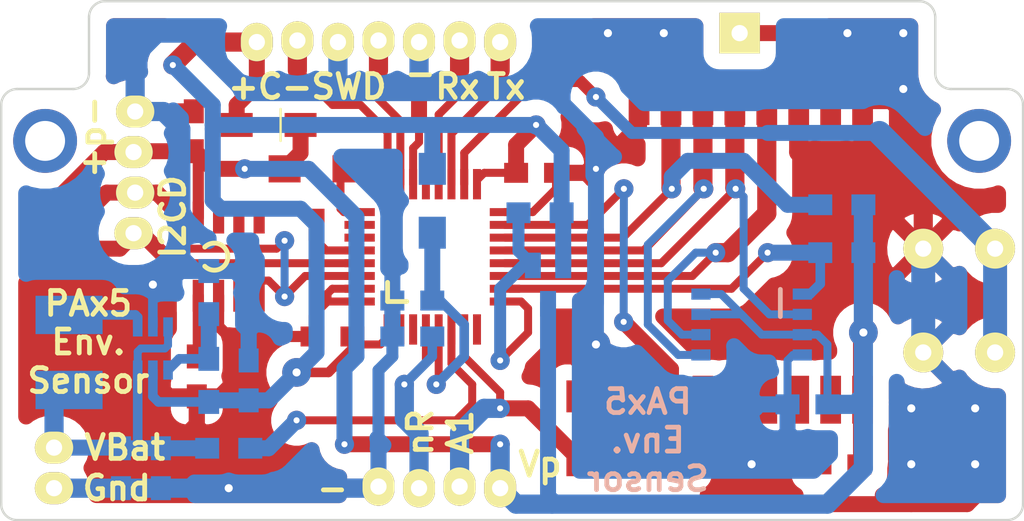
<source format=kicad_pcb>
(kicad_pcb (version 20171130) (host pcbnew "(5.0.2)-1")

  (general
    (thickness 1.6)
    (drawings 30)
    (tracks 409)
    (zones 0)
    (modules 42)
    (nets 32)
  )

  (page A4)
  (layers
    (0 F.Cu signal)
    (31 B.Cu signal)
    (32 B.Adhes user)
    (33 F.Adhes user)
    (34 B.Paste user)
    (35 F.Paste user)
    (36 B.SilkS user)
    (37 F.SilkS user)
    (38 B.Mask user)
    (39 F.Mask user)
    (40 Dwgs.User user)
    (41 Cmts.User user)
    (42 Eco1.User user)
    (43 Eco2.User user)
    (44 Edge.Cuts user)
    (45 Margin user)
    (46 B.CrtYd user)
    (47 F.CrtYd user)
    (48 B.Fab user)
    (49 F.Fab user)
  )

  (setup
    (last_trace_width 0.5)
    (user_trace_width 0.6)
    (user_trace_width 0.7)
    (user_trace_width 0.75)
    (user_trace_width 1)
    (user_trace_width 1.2)
    (user_trace_width 1.5)
    (user_trace_width 2)
    (user_trace_width 2.5)
    (trace_clearance 0.25)
    (zone_clearance 0.99)
    (zone_45_only no)
    (trace_min 0.5)
    (segment_width 0.2)
    (edge_width 0.15)
    (via_size 1.2)
    (via_drill 0.381)
    (via_min_size 1)
    (via_min_drill 0.254)
    (user_via 1.8 0.381)
    (user_via 1.8 0.508)
    (user_via 2 0.762)
    (user_via 2 1.016)
    (uvia_size 0.3)
    (uvia_drill 0.1)
    (uvias_allowed no)
    (uvia_min_size 0.2)
    (uvia_min_drill 0.1)
    (pcb_text_width 0.3)
    (pcb_text_size 1.5 1.5)
    (mod_edge_width 0.15)
    (mod_text_size 1 1)
    (mod_text_width 0.15)
    (pad_size 2.54 2.54)
    (pad_drill 1.016)
    (pad_to_mask_clearance 0.2)
    (solder_mask_min_width 0.25)
    (aux_axis_origin 11.75 11.75)
    (visible_elements 7FFDFFFF)
    (pcbplotparams
      (layerselection 0x010f0_80000001)
      (usegerberextensions true)
      (usegerberattributes false)
      (usegerberadvancedattributes false)
      (creategerberjobfile false)
      (excludeedgelayer true)
      (linewidth 0.100000)
      (plotframeref false)
      (viasonmask false)
      (mode 1)
      (useauxorigin false)
      (hpglpennumber 1)
      (hpglpenspeed 20)
      (hpglpendiameter 15.000000)
      (psnegative false)
      (psa4output false)
      (plotreference false)
      (plotvalue false)
      (plotinvisibletext false)
      (padsonsilk false)
      (subtractmaskfromsilk false)
      (outputformat 1)
      (mirror false)
      (drillshape 0)
      (scaleselection 1)
      (outputdirectory "Output/"))
  )

  (net 0 "")
  (net 1 GND)
  (net 2 VDD)
  (net 3 /NRST)
  (net 4 /SWCLK)
  (net 5 /SWDIO)
  (net 6 "Net-(P20-Pad1)")
  (net 7 /SDA)
  (net 8 /SCL)
  (net 9 /GP1)
  (net 10 /GP2)
  (net 11 /MSCK)
  (net 12 /MISO)
  (net 13 /MOSI)
  (net 14 /RFint)
  (net 15 /CSM)
  (net 16 "Net-(C21-Pad1)")
  (net 17 /MRFSel)
  (net 18 "Net-(C4-Pad1)")
  (net 19 /ULED)
  (net 20 /GP0/USW)
  (net 21 "Net-(D90-Pad2)")
  (net 22 "Net-(C51-Pad1)")
  (net 23 /An0)
  (net 24 /An1)
  (net 25 /Vpo)
  (net 26 +3.3VP)
  (net 27 VCC)
  (net 28 "Net-(L40-Pad1)")
  (net 29 "Net-(R40-Pad1)")
  (net 30 /GP4)
  (net 31 /GP7)

  (net_class Default "This is the default net class."
    (clearance 0.25)
    (trace_width 0.5)
    (via_dia 1.2)
    (via_drill 0.381)
    (uvia_dia 0.3)
    (uvia_drill 0.1)
    (add_net +3.3VP)
    (add_net /An0)
    (add_net /An1)
    (add_net /CSM)
    (add_net /GP0/USW)
    (add_net /GP1)
    (add_net /GP2)
    (add_net /GP4)
    (add_net /GP7)
    (add_net /MISO)
    (add_net /MOSI)
    (add_net /MRFSel)
    (add_net /MSCK)
    (add_net /NRST)
    (add_net /RFint)
    (add_net /SCL)
    (add_net /SDA)
    (add_net /SWCLK)
    (add_net /SWDIO)
    (add_net /ULED)
    (add_net /Vpo)
    (add_net GND)
    (add_net "Net-(C21-Pad1)")
    (add_net "Net-(C4-Pad1)")
    (add_net "Net-(C51-Pad1)")
    (add_net "Net-(D90-Pad2)")
    (add_net "Net-(L40-Pad1)")
    (add_net "Net-(P20-Pad1)")
    (add_net "Net-(R40-Pad1)")
    (add_net VCC)
    (add_net VDD)
  )

  (module Calin:R_1206_HandSoldering (layer F.Cu) (tedit 57153C5C) (tstamp 5669FD6A)
    (at 50.25 41.75 90)
    (descr "Resistor SMD 1206, hand soldering")
    (tags "resistor 1206")
    (path /566A155F)
    (attr smd)
    (fp_text reference R52 (at 0 -2.3 90) (layer F.Fab)
      (effects (font (size 1 1) (thickness 0.15)))
    )
    (fp_text value 4k (at 0 2.3 90) (layer F.Fab)
      (effects (font (size 1 1) (thickness 0.15)))
    )
    (fp_line (start -1.6 -0.8) (end 1.6 -0.8) (layer F.Fab) (width 0.1))
    (fp_line (start 1.6 -0.8) (end 1.6 0.8) (layer F.Fab) (width 0.1))
    (fp_line (start 1.6 0.8) (end -1.6 0.8) (layer F.Fab) (width 0.1))
    (fp_line (start -1.6 0.8) (end -1.6 -0.8) (layer F.Fab) (width 0.1))
    (pad 1 smd rect (at -2 0 90) (size 2 1.7) (layers F.Cu F.Paste F.Mask)
      (net 24 /An1))
    (pad 2 smd rect (at 2 0 90) (size 2 1.7) (layers F.Cu F.Paste F.Mask)
      (net 1 GND))
    (model ${KIPRJMOD}/EnvSensor.3D/R_1206_3216Metric.wrl
      (at (xyz 0 0 0))
      (scale (xyz 1 1 1))
      (rotate (xyz 0 0 0))
    )
  )

  (module Calin:Pin_Header_Straight_1x02 (layer F.Cu) (tedit 57E443D1) (tstamp 56490602)
    (at 17.31 42.96)
    (descr "Through hole pin header")
    (tags "pin header")
    (path /57EE05EA)
    (fp_text reference P1 (at 0 -5.1) (layer F.Fab)
      (effects (font (size 1 1) (thickness 0.15)))
    )
    (fp_text value PwrIn (at 0 -3.1) (layer F.Fab)
      (effects (font (size 1 1) (thickness 0.15)))
    )
    (fp_line (start -1.75 -1.75) (end -1.75 4.3) (layer F.CrtYd) (width 0.05))
    (fp_line (start 1.75 -1.75) (end 1.75 4.3) (layer F.CrtYd) (width 0.05))
    (fp_line (start -1.75 -1.75) (end 1.75 -1.75) (layer F.CrtYd) (width 0.05))
    (fp_line (start -1.75 4.3) (end 1.75 4.3) (layer F.CrtYd) (width 0.05))
    (pad 1 thru_hole oval (at 0 0) (size 2.4 2) (drill 1.016) (layers *.Cu *.Mask F.SilkS)
      (net 27 VCC))
    (pad 2 thru_hole oval (at 0 2.54) (size 2.4 2) (drill 1.016) (layers *.Cu *.Mask F.SilkS)
      (net 1 GND))
    (model ${KIPRJMOD}/EnvSensor.3D/PinHeader_1x02_P2.54mm_Vertical.wrl
      (at (xyz 0 0 0))
      (scale (xyz 1 1 1))
      (rotate (xyz 0 0 0))
    )
  )

  (module Calin:Pin_Header_Straight_1x04 (layer F.Cu) (tedit 57E44575) (tstamp 56490607)
    (at 30.01 17.56 90)
    (descr "Through hole pin header")
    (tags "pin header")
    (path /57EE02F4)
    (fp_text reference P2 (at 0 -5.1 90) (layer F.Fab)
      (effects (font (size 1 1) (thickness 0.15)))
    )
    (fp_text value SWD (at 0 -3.1 90) (layer F.Fab)
      (effects (font (size 1 1) (thickness 0.15)))
    )
    (fp_line (start -1.75 -1.75) (end -1.75 9.4) (layer F.CrtYd) (width 0.05))
    (fp_line (start 1.75 -1.75) (end 1.75 9.4) (layer F.CrtYd) (width 0.05))
    (fp_line (start -1.75 -1.75) (end 1.75 -1.75) (layer F.CrtYd) (width 0.05))
    (fp_line (start -1.75 9.4) (end 1.75 9.4) (layer F.CrtYd) (width 0.05))
    (pad 1 thru_hole oval (at 0 0 90) (size 2.4 2) (drill 1.016) (layers *.Cu *.Mask F.SilkS)
      (net 2 VDD))
    (pad 2 thru_hole oval (at 0.1 2.54 90) (size 2.4 2) (drill 1.016) (layers *.Cu *.Mask F.SilkS)
      (net 4 /SWCLK))
    (pad 3 thru_hole oval (at 0 5.08 90) (size 2.4 2) (drill 1.016) (layers *.Cu *.Mask F.SilkS)
      (net 1 GND))
    (pad 4 thru_hole oval (at 0.1 7.62 90) (size 2.4 2) (drill 1.016) (layers *.Cu *.Mask F.SilkS)
      (net 5 /SWDIO))
    (model ${KIPRJMOD}/EnvSensor.3D/PinHeader_1x04_P2.54mm_Vertical.wrl
      (at (xyz 0 0 0))
      (scale (xyz 1 1 1))
      (rotate (xyz 0 0 0))
    )
  )

  (module Calin:Pin_Header_Straight_1x01 (layer F.Cu) (tedit 58B74B8E) (tstamp 5649062E)
    (at 60.25 17 180)
    (descr "Through hole pin header")
    (tags "pin header")
    (path /57EE38C9)
    (fp_text reference P20 (at 0 -5.1 180) (layer F.Fab)
      (effects (font (size 1 1) (thickness 0.15)))
    )
    (fp_text value Antenna (at 0 -3.1 180) (layer F.Fab)
      (effects (font (size 1 1) (thickness 0.15)))
    )
    (fp_line (start -1.75 -1.75) (end -1.75 1.75) (layer F.CrtYd) (width 0.05))
    (fp_line (start 1.75 -1.75) (end 1.75 1.75) (layer F.CrtYd) (width 0.05))
    (fp_line (start -1.75 -1.75) (end 1.75 -1.75) (layer F.CrtYd) (width 0.05))
    (fp_line (start -1.75 1.75) (end 1.75 1.75) (layer F.CrtYd) (width 0.05))
    (pad 1 thru_hole rect (at 0 0 180) (size 2.54 2.54) (drill 1.016) (layers *.Cu *.Mask F.SilkS)
      (net 6 "Net-(P20-Pad1)"))
    (model ${KIPRJMOD}/EnvSensor.3D/PinHeader_1x01_P2.54mm_Vertical.wrl
      (at (xyz 0 0 0))
      (scale (xyz 1 1 1))
      (rotate (xyz 0 0 90))
    )
  )

  (module Calin:Pin_Header_Straight_1x03 (layer F.Cu) (tedit 57E4455B) (tstamp 5706DAE6)
    (at 45.25 17.56 270)
    (descr "Through hole pin header")
    (tags "pin header")
    (path /57EDFD03)
    (fp_text reference P11 (at 0 -5.1 270) (layer F.Fab)
      (effects (font (size 1 1) (thickness 0.15)))
    )
    (fp_text value USART (at 0 -3.1 270) (layer F.Fab)
      (effects (font (size 1 1) (thickness 0.15)))
    )
    (fp_line (start -1.75 -1.75) (end -1.75 6.85) (layer F.CrtYd) (width 0.05))
    (fp_line (start 1.75 -1.75) (end 1.75 6.85) (layer F.CrtYd) (width 0.05))
    (fp_line (start -1.75 -1.75) (end 1.75 -1.75) (layer F.CrtYd) (width 0.05))
    (fp_line (start -1.75 6.85) (end 1.75 6.85) (layer F.CrtYd) (width 0.05))
    (pad 1 thru_hole oval (at 0 0 270) (size 2.4 2) (drill 1.016) (layers *.Cu *.Mask F.SilkS)
      (net 9 /GP1))
    (pad 2 thru_hole oval (at -0.1 2.54 270) (size 2.4 2) (drill 1.016) (layers *.Cu *.Mask F.SilkS)
      (net 10 /GP2))
    (pad 3 thru_hole oval (at 0 5.08 270) (size 2.4 2) (drill 1.016) (layers *.Cu *.Mask F.SilkS)
      (net 1 GND))
    (model ${KIPRJMOD}/EnvSensor.3D/PinHeader_1x03_P2.54mm_Vertical.wrl
      (at (xyz 0 0 0))
      (scale (xyz 1 1 1))
      (rotate (xyz 0 0 0))
    )
  )

  (module Calin:C_0805_HandSoldering (layer B.Cu) (tedit 57151B25) (tstamp 57137AAF)
    (at 24 44.25 270)
    (descr "Capacitor SMD 0805, hand soldering")
    (tags "capacitor 0805")
    (path /57137E5E)
    (attr smd)
    (fp_text reference C41 (at 0 2.1 270) (layer B.Fab)
      (effects (font (size 1 1) (thickness 0.15)) (justify mirror))
    )
    (fp_text value 100nF (at 0 -2.1 270) (layer B.Fab)
      (effects (font (size 1 1) (thickness 0.15)) (justify mirror))
    )
    (fp_line (start -1 0.625) (end 1 0.625) (layer B.Fab) (width 0.1))
    (fp_line (start 1 0.625) (end 1 -0.625) (layer B.Fab) (width 0.1))
    (fp_line (start 1 -0.625) (end -1 -0.625) (layer B.Fab) (width 0.1))
    (fp_line (start -1 -0.625) (end -1 0.625) (layer B.Fab) (width 0.1))
    (pad 1 smd rect (at -1.25 0 270) (size 1.5 1.25) (layers B.Cu B.Paste B.Mask)
      (net 27 VCC))
    (pad 2 smd rect (at 1.25 0 270) (size 1.5 1.25) (layers B.Cu B.Paste B.Mask)
      (net 1 GND))
    (model ${KIPRJMOD}/EnvSensor.3D/C_0805_2012Metric.wrl
      (at (xyz 0 0 0))
      (scale (xyz 1 1 1))
      (rotate (xyz 0 0 0))
    )
  )

  (module Calin:C_0805_HandSoldering (layer B.Cu) (tedit 57151B25) (tstamp 57137AA9)
    (at 21.5 44.25 270)
    (descr "Capacitor SMD 0805, hand soldering")
    (tags "capacitor 0805")
    (path /57137E6A)
    (attr smd)
    (fp_text reference C40 (at 0 2.1 270) (layer B.Fab)
      (effects (font (size 1 1) (thickness 0.15)) (justify mirror))
    )
    (fp_text value 4.7uF (at 0 -2.1 270) (layer B.Fab)
      (effects (font (size 1 1) (thickness 0.15)) (justify mirror))
    )
    (fp_line (start -1 0.625) (end 1 0.625) (layer B.Fab) (width 0.1))
    (fp_line (start 1 0.625) (end 1 -0.625) (layer B.Fab) (width 0.1))
    (fp_line (start 1 -0.625) (end -1 -0.625) (layer B.Fab) (width 0.1))
    (fp_line (start -1 -0.625) (end -1 0.625) (layer B.Fab) (width 0.1))
    (pad 1 smd rect (at -1.25 0 270) (size 1.5 1.25) (layers B.Cu B.Paste B.Mask)
      (net 27 VCC))
    (pad 2 smd rect (at 1.25 0 270) (size 1.5 1.25) (layers B.Cu B.Paste B.Mask)
      (net 1 GND))
    (model ${KIPRJMOD}/EnvSensor.3D/C_0805_2012Metric.wrl
      (at (xyz 0 0 0))
      (scale (xyz 1 1 1))
      (rotate (xyz 0 0 0))
    )
  )

  (module Calin:C_0805_HandSoldering (layer B.Cu) (tedit 57151B25) (tstamp 570A94BC)
    (at 29.5 38.75 90)
    (descr "Capacitor SMD 0805, hand soldering")
    (tags "capacitor 0805")
    (path /56463E4D)
    (attr smd)
    (fp_text reference C1 (at 0 2.1 90) (layer B.Fab)
      (effects (font (size 1 1) (thickness 0.15)) (justify mirror))
    )
    (fp_text value 10uF (at 0 -2.1 90) (layer B.Fab)
      (effects (font (size 1 1) (thickness 0.15)) (justify mirror))
    )
    (fp_line (start -1 0.625) (end 1 0.625) (layer B.Fab) (width 0.1))
    (fp_line (start 1 0.625) (end 1 -0.625) (layer B.Fab) (width 0.1))
    (fp_line (start 1 -0.625) (end -1 -0.625) (layer B.Fab) (width 0.1))
    (fp_line (start -1 -0.625) (end -1 0.625) (layer B.Fab) (width 0.1))
    (pad 1 smd rect (at -1.25 0 90) (size 1.5 1.25) (layers B.Cu B.Paste B.Mask)
      (net 2 VDD))
    (pad 2 smd rect (at 1.25 0 90) (size 1.5 1.25) (layers B.Cu B.Paste B.Mask)
      (net 1 GND))
    (model ${KIPRJMOD}/EnvSensor.3D/C_0805_2012Metric.wrl
      (at (xyz 0 0 0))
      (scale (xyz 1 1 1))
      (rotate (xyz 0 0 0))
    )
  )

  (module Calin:C_0805_HandSoldering (layer F.Cu) (tedit 57151B25) (tstamp 5706DAE5)
    (at 49 18.75 90)
    (descr "Capacitor SMD 0805, hand soldering")
    (tags "capacitor 0805")
    (path /5706D7D7)
    (attr smd)
    (fp_text reference C6 (at 0 -2.1 90) (layer F.Fab)
      (effects (font (size 1 1) (thickness 0.15)))
    )
    (fp_text value 100nF (at 0 2.1 90) (layer F.Fab)
      (effects (font (size 1 1) (thickness 0.15)))
    )
    (fp_line (start -1 -0.625) (end 1 -0.625) (layer F.Fab) (width 0.1))
    (fp_line (start 1 -0.625) (end 1 0.625) (layer F.Fab) (width 0.1))
    (fp_line (start 1 0.625) (end -1 0.625) (layer F.Fab) (width 0.1))
    (fp_line (start -1 0.625) (end -1 -0.625) (layer F.Fab) (width 0.1))
    (pad 1 smd rect (at -1.25 0 90) (size 1.5 1.25) (layers F.Cu F.Paste F.Mask)
      (net 20 /GP0/USW))
    (pad 2 smd rect (at 1.25 0 90) (size 1.5 1.25) (layers F.Cu F.Paste F.Mask)
      (net 1 GND))
    (model ${KIPRJMOD}/EnvSensor.3D/C_0805_2012Metric.wrl
      (at (xyz 0 0 0))
      (scale (xyz 1 1 1))
      (rotate (xyz 0 0 0))
    )
  )

  (module Calin:C_0805_HandSoldering (layer F.Cu) (tedit 57151B25) (tstamp 56640F4C)
    (at 26.25 38.5 270)
    (descr "Capacitor SMD 0805, hand soldering")
    (tags "capacitor 0805")
    (path /564BB0C0)
    (attr smd)
    (fp_text reference C51 (at 0 -2.1 270) (layer F.Fab)
      (effects (font (size 1 1) (thickness 0.15)))
    )
    (fp_text value 100nF (at 0 2.1 270) (layer F.Fab)
      (effects (font (size 1 1) (thickness 0.15)))
    )
    (fp_line (start -1 -0.625) (end 1 -0.625) (layer F.Fab) (width 0.1))
    (fp_line (start 1 -0.625) (end 1 0.625) (layer F.Fab) (width 0.1))
    (fp_line (start 1 0.625) (end -1 0.625) (layer F.Fab) (width 0.1))
    (fp_line (start -1 0.625) (end -1 -0.625) (layer F.Fab) (width 0.1))
    (pad 1 smd rect (at -1.25 0 270) (size 1.5 1.25) (layers F.Cu F.Paste F.Mask)
      (net 22 "Net-(C51-Pad1)"))
    (pad 2 smd rect (at 1.25 0 270) (size 1.5 1.25) (layers F.Cu F.Paste F.Mask)
      (net 1 GND))
    (model ${KIPRJMOD}/EnvSensor.3D/C_0805_2012Metric.wrl
      (at (xyz 0 0 0))
      (scale (xyz 1 1 1))
      (rotate (xyz 0 0 0))
    )
  )

  (module Calin:C_0805_HandSoldering (layer F.Cu) (tedit 57151B25) (tstamp 56640F46)
    (at 26.062 23.146 90)
    (descr "Capacitor SMD 0805, hand soldering")
    (tags "capacitor 0805")
    (path /564BB1FA)
    (attr smd)
    (fp_text reference C50 (at 0 -2.1 90) (layer F.Fab)
      (effects (font (size 1 1) (thickness 0.15)))
    )
    (fp_text value 100nF (at 0 2.1 90) (layer F.Fab)
      (effects (font (size 1 1) (thickness 0.15)))
    )
    (fp_line (start -1 -0.625) (end 1 -0.625) (layer F.Fab) (width 0.1))
    (fp_line (start 1 -0.625) (end 1 0.625) (layer F.Fab) (width 0.1))
    (fp_line (start 1 0.625) (end -1 0.625) (layer F.Fab) (width 0.1))
    (fp_line (start -1 0.625) (end -1 -0.625) (layer F.Fab) (width 0.1))
    (pad 1 smd rect (at -1.25 0 90) (size 1.5 1.25) (layers F.Cu F.Paste F.Mask)
      (net 26 +3.3VP))
    (pad 2 smd rect (at 1.25 0 90) (size 1.5 1.25) (layers F.Cu F.Paste F.Mask)
      (net 1 GND))
    (model ${KIPRJMOD}/EnvSensor.3D/C_0805_2012Metric.wrl
      (at (xyz 0 0 0))
      (scale (xyz 1 1 1))
      (rotate (xyz 0 0 0))
    )
  )

  (module Calin:C_0805_HandSoldering (layer B.Cu) (tedit 57151B25) (tstamp 5649085F)
    (at 64.5 40.25 180)
    (descr "Capacitor SMD 0805, hand soldering")
    (tags "capacitor 0805")
    (path /56465AE6)
    (attr smd)
    (fp_text reference C30 (at 0 2.1 180) (layer B.Fab)
      (effects (font (size 1 1) (thickness 0.15)) (justify mirror))
    )
    (fp_text value 100nF (at 0 -2.1 180) (layer B.Fab)
      (effects (font (size 1 1) (thickness 0.15)) (justify mirror))
    )
    (fp_line (start -1 0.625) (end 1 0.625) (layer B.Fab) (width 0.1))
    (fp_line (start 1 0.625) (end 1 -0.625) (layer B.Fab) (width 0.1))
    (fp_line (start 1 -0.625) (end -1 -0.625) (layer B.Fab) (width 0.1))
    (fp_line (start -1 -0.625) (end -1 0.625) (layer B.Fab) (width 0.1))
    (pad 1 smd rect (at -1.25 0 180) (size 1.5 1.25) (layers B.Cu B.Paste B.Mask)
      (net 26 +3.3VP))
    (pad 2 smd rect (at 1.25 0 180) (size 1.5 1.25) (layers B.Cu B.Paste B.Mask)
      (net 1 GND))
    (model ${KIPRJMOD}/EnvSensor.3D/C_0805_2012Metric.wrl
      (at (xyz 0 0 0))
      (scale (xyz 1 1 1))
      (rotate (xyz 0 0 0))
    )
  )

  (module Calin:C_0805_HandSoldering (layer F.Cu) (tedit 57151B25) (tstamp 5649085A)
    (at 55.5 44.01)
    (descr "Capacitor SMD 0805, hand soldering")
    (tags "capacitor 0805")
    (path /56464837)
    (attr smd)
    (fp_text reference C21 (at 0 -2.1) (layer F.Fab)
      (effects (font (size 1 1) (thickness 0.15)))
    )
    (fp_text value 100nF (at 0 2.1) (layer F.Fab)
      (effects (font (size 1 1) (thickness 0.15)))
    )
    (fp_line (start -1 -0.625) (end 1 -0.625) (layer F.Fab) (width 0.1))
    (fp_line (start 1 -0.625) (end 1 0.625) (layer F.Fab) (width 0.1))
    (fp_line (start 1 0.625) (end -1 0.625) (layer F.Fab) (width 0.1))
    (fp_line (start -1 0.625) (end -1 -0.625) (layer F.Fab) (width 0.1))
    (pad 1 smd rect (at -1.25 0) (size 1.5 1.25) (layers F.Cu F.Paste F.Mask)
      (net 16 "Net-(C21-Pad1)"))
    (pad 2 smd rect (at 1.25 0) (size 1.5 1.25) (layers F.Cu F.Paste F.Mask)
      (net 1 GND))
    (model ${KIPRJMOD}/EnvSensor.3D/C_0805_2012Metric.wrl
      (at (xyz 0 0 0))
      (scale (xyz 1 1 1))
      (rotate (xyz 0 0 0))
    )
  )

  (module Calin:C_0805_HandSoldering (layer F.Cu) (tedit 57151B25) (tstamp 56490855)
    (at 66.5 44.01 180)
    (descr "Capacitor SMD 0805, hand soldering")
    (tags "capacitor 0805")
    (path /564647D8)
    (attr smd)
    (fp_text reference C20 (at 0 -2.1 180) (layer F.Fab)
      (effects (font (size 1 1) (thickness 0.15)))
    )
    (fp_text value 100nF (at 0 2.1 180) (layer F.Fab)
      (effects (font (size 1 1) (thickness 0.15)))
    )
    (fp_line (start -1 -0.625) (end 1 -0.625) (layer F.Fab) (width 0.1))
    (fp_line (start 1 -0.625) (end 1 0.625) (layer F.Fab) (width 0.1))
    (fp_line (start 1 0.625) (end -1 0.625) (layer F.Fab) (width 0.1))
    (fp_line (start -1 0.625) (end -1 -0.625) (layer F.Fab) (width 0.1))
    (pad 1 smd rect (at -1.25 0 180) (size 1.5 1.25) (layers F.Cu F.Paste F.Mask)
      (net 26 +3.3VP))
    (pad 2 smd rect (at 1.25 0 180) (size 1.5 1.25) (layers F.Cu F.Paste F.Mask)
      (net 1 GND))
    (model ${KIPRJMOD}/EnvSensor.3D/C_0805_2012Metric.wrl
      (at (xyz 0 0 0))
      (scale (xyz 1 1 1))
      (rotate (xyz 0 0 0))
    )
  )

  (module Calin:C_0805_HandSoldering (layer B.Cu) (tedit 57151B25) (tstamp 56490850)
    (at 39.75 36 180)
    (descr "Capacitor SMD 0805, hand soldering")
    (tags "capacitor 0805")
    (path /56463DA4)
    (attr smd)
    (fp_text reference C5 (at 0 2.1 180) (layer B.Fab)
      (effects (font (size 1 1) (thickness 0.15)) (justify mirror))
    )
    (fp_text value 100nF (at 0 -2.1 180) (layer B.Fab)
      (effects (font (size 1 1) (thickness 0.15)) (justify mirror))
    )
    (fp_line (start -1 0.625) (end 1 0.625) (layer B.Fab) (width 0.1))
    (fp_line (start 1 0.625) (end 1 -0.625) (layer B.Fab) (width 0.1))
    (fp_line (start 1 -0.625) (end -1 -0.625) (layer B.Fab) (width 0.1))
    (fp_line (start -1 -0.625) (end -1 0.625) (layer B.Fab) (width 0.1))
    (pad 1 smd rect (at -1.25 0 180) (size 1.5 1.25) (layers B.Cu B.Paste B.Mask)
      (net 3 /NRST))
    (pad 2 smd rect (at 1.25 0 180) (size 1.5 1.25) (layers B.Cu B.Paste B.Mask)
      (net 1 GND))
    (model ${KIPRJMOD}/EnvSensor.3D/C_0805_2012Metric.wrl
      (at (xyz 0 0 0))
      (scale (xyz 1 1 1))
      (rotate (xyz 0 0 0))
    )
  )

  (module Calin:C_0805_HandSoldering (layer B.Cu) (tedit 57151B25) (tstamp 5649084B)
    (at 39.75 33.75 180)
    (descr "Capacitor SMD 0805, hand soldering")
    (tags "capacitor 0805")
    (path /56463DF8)
    (attr smd)
    (fp_text reference C4 (at 0 2.1 180) (layer B.Fab)
      (effects (font (size 1 1) (thickness 0.15)) (justify mirror))
    )
    (fp_text value 100nF (at 0 -2.1 180) (layer B.Fab)
      (effects (font (size 1 1) (thickness 0.15)) (justify mirror))
    )
    (fp_line (start -1 0.625) (end 1 0.625) (layer B.Fab) (width 0.1))
    (fp_line (start 1 0.625) (end 1 -0.625) (layer B.Fab) (width 0.1))
    (fp_line (start 1 -0.625) (end -1 -0.625) (layer B.Fab) (width 0.1))
    (fp_line (start -1 -0.625) (end -1 0.625) (layer B.Fab) (width 0.1))
    (pad 1 smd rect (at -1.25 0 180) (size 1.5 1.25) (layers B.Cu B.Paste B.Mask)
      (net 18 "Net-(C4-Pad1)"))
    (pad 2 smd rect (at 1.25 0 180) (size 1.5 1.25) (layers B.Cu B.Paste B.Mask)
      (net 1 GND))
    (model ${KIPRJMOD}/EnvSensor.3D/C_0805_2012Metric.wrl
      (at (xyz 0 0 0))
      (scale (xyz 1 1 1))
      (rotate (xyz 0 0 0))
    )
  )

  (module Calin:C_0805_HandSoldering (layer F.Cu) (tedit 57151B25) (tstamp 56490846)
    (at 47.5 25.75)
    (descr "Capacitor SMD 0805, hand soldering")
    (tags "capacitor 0805")
    (path /56463D53)
    (attr smd)
    (fp_text reference C3 (at 0 -2.1) (layer F.Fab)
      (effects (font (size 1 1) (thickness 0.15)))
    )
    (fp_text value 100nF (at 0 2.1) (layer F.Fab)
      (effects (font (size 1 1) (thickness 0.15)))
    )
    (fp_line (start -1 -0.625) (end 1 -0.625) (layer F.Fab) (width 0.1))
    (fp_line (start 1 -0.625) (end 1 0.625) (layer F.Fab) (width 0.1))
    (fp_line (start 1 0.625) (end -1 0.625) (layer F.Fab) (width 0.1))
    (fp_line (start -1 0.625) (end -1 -0.625) (layer F.Fab) (width 0.1))
    (pad 1 smd rect (at -1.25 0) (size 1.5 1.25) (layers F.Cu F.Paste F.Mask)
      (net 2 VDD))
    (pad 2 smd rect (at 1.25 0) (size 1.5 1.25) (layers F.Cu F.Paste F.Mask)
      (net 1 GND))
    (model ${KIPRJMOD}/EnvSensor.3D/C_0805_2012Metric.wrl
      (at (xyz 0 0 0))
      (scale (xyz 1 1 1))
      (rotate (xyz 0 0 0))
    )
  )

  (module Calin:C_0805_HandSoldering (layer F.Cu) (tedit 57151B25) (tstamp 56490841)
    (at 34.75 36 180)
    (descr "Capacitor SMD 0805, hand soldering")
    (tags "capacitor 0805")
    (path /56463B6D)
    (attr smd)
    (fp_text reference C2 (at 0 -2.1 180) (layer F.Fab)
      (effects (font (size 1 1) (thickness 0.15)))
    )
    (fp_text value 100nF (at 0 2.1 180) (layer F.Fab)
      (effects (font (size 1 1) (thickness 0.15)))
    )
    (fp_line (start -1 -0.625) (end 1 -0.625) (layer F.Fab) (width 0.1))
    (fp_line (start 1 -0.625) (end 1 0.625) (layer F.Fab) (width 0.1))
    (fp_line (start 1 0.625) (end -1 0.625) (layer F.Fab) (width 0.1))
    (fp_line (start -1 0.625) (end -1 -0.625) (layer F.Fab) (width 0.1))
    (pad 1 smd rect (at -1.25 0 180) (size 1.5 1.25) (layers F.Cu F.Paste F.Mask)
      (net 2 VDD))
    (pad 2 smd rect (at 1.25 0 180) (size 1.5 1.25) (layers F.Cu F.Paste F.Mask)
      (net 1 GND))
    (model ${KIPRJMOD}/EnvSensor.3D/C_0805_2012Metric.wrl
      (at (xyz 0 0 0))
      (scale (xyz 1 1 1))
      (rotate (xyz 0 0 0))
    )
  )

  (module Calin:R_1206_HandSoldering (layer F.Cu) (tedit 57153C5C) (tstamp 56490873)
    (at 33.75 25.5)
    (descr "Resistor SMD 1206, hand soldering")
    (tags "resistor 1206")
    (path /5646612D)
    (attr smd)
    (fp_text reference R90 (at 0 -2.3) (layer F.Fab)
      (effects (font (size 1 1) (thickness 0.15)))
    )
    (fp_text value 330 (at 0 2.3) (layer F.Fab)
      (effects (font (size 1 1) (thickness 0.15)))
    )
    (fp_line (start -1.6 -0.8) (end 1.6 -0.8) (layer F.Fab) (width 0.1))
    (fp_line (start 1.6 -0.8) (end 1.6 0.8) (layer F.Fab) (width 0.1))
    (fp_line (start 1.6 0.8) (end -1.6 0.8) (layer F.Fab) (width 0.1))
    (fp_line (start -1.6 0.8) (end -1.6 -0.8) (layer F.Fab) (width 0.1))
    (pad 1 smd rect (at -2 0) (size 2 1.7) (layers F.Cu F.Paste F.Mask)
      (net 21 "Net-(D90-Pad2)"))
    (pad 2 smd rect (at 2 0) (size 2 1.7) (layers F.Cu F.Paste F.Mask)
      (net 19 /ULED))
    (model ${KIPRJMOD}/EnvSensor.3D/R_1206_3216Metric.wrl
      (at (xyz 0 0 0))
      (scale (xyz 1 1 1))
      (rotate (xyz 0 0 0))
    )
  )

  (module Calin:R_1206_HandSoldering (layer B.Cu) (tedit 57153C5C) (tstamp 56490864)
    (at 41 27.5 270)
    (descr "Resistor SMD 1206, hand soldering")
    (tags "resistor 1206")
    (path /563D2C0F)
    (attr smd)
    (fp_text reference L1 (at 0 2.3 270) (layer B.Fab)
      (effects (font (size 1 1) (thickness 0.15)) (justify mirror))
    )
    (fp_text value INDUCTOR (at 0 -2.3 270) (layer B.Fab)
      (effects (font (size 1 1) (thickness 0.15)) (justify mirror))
    )
    (fp_line (start -1.6 0.8) (end 1.6 0.8) (layer B.Fab) (width 0.1))
    (fp_line (start 1.6 0.8) (end 1.6 -0.8) (layer B.Fab) (width 0.1))
    (fp_line (start 1.6 -0.8) (end -1.6 -0.8) (layer B.Fab) (width 0.1))
    (fp_line (start -1.6 -0.8) (end -1.6 0.8) (layer B.Fab) (width 0.1))
    (pad 1 smd rect (at -2 0 270) (size 2 1.7) (layers B.Cu B.Paste B.Mask)
      (net 2 VDD))
    (pad 2 smd rect (at 2 0 270) (size 2 1.7) (layers B.Cu B.Paste B.Mask)
      (net 18 "Net-(C4-Pad1)"))
    (model ${KIPRJMOD}/EnvSensor.3D/R_1206_3216Metric.wrl
      (at (xyz 0 0 0))
      (scale (xyz 1 1 1))
      (rotate (xyz 0 0 0))
    )
  )

  (module Calin:R_0805_HandSoldering (layer B.Cu) (tedit 57153D72) (tstamp 5713F6DD)
    (at 28.25 43 180)
    (descr "Resistor SMD 0805, hand soldering")
    (tags "resistor 0805")
    (path /571403A9)
    (attr smd)
    (fp_text reference R53 (at 0 2.1 180) (layer B.Fab)
      (effects (font (size 1 1) (thickness 0.15)) (justify mirror))
    )
    (fp_text value 10k (at 0 -2.1 180) (layer B.Fab)
      (effects (font (size 1 1) (thickness 0.15)) (justify mirror))
    )
    (fp_line (start -1 0.625) (end 1 0.625) (layer B.Fab) (width 0.1))
    (fp_line (start 1 0.625) (end 1 -0.625) (layer B.Fab) (width 0.1))
    (fp_line (start 1 -0.625) (end -1 -0.625) (layer B.Fab) (width 0.1))
    (fp_line (start -1 -0.625) (end -1 0.625) (layer B.Fab) (width 0.1))
    (pad 1 smd rect (at -1.35 0 180) (size 1.5 1.3) (layers B.Cu B.Paste B.Mask)
      (net 23 /An0))
    (pad 2 smd rect (at 1.35 0 180) (size 1.5 1.3) (layers B.Cu B.Paste B.Mask)
      (net 27 VCC))
    (model ${KIPRJMOD}/EnvSensor.3D/R_0805_2012Metric.wrl
      (at (xyz 0 0 0))
      (scale (xyz 1 1 1))
      (rotate (xyz 0 0 0))
    )
  )

  (module Calin:R_0805_HandSoldering (layer B.Cu) (tedit 57153D72) (tstamp 57137AC1)
    (at 27 33.25 270)
    (descr "Resistor SMD 0805, hand soldering")
    (tags "resistor 0805")
    (path /57138696)
    (attr smd)
    (fp_text reference R41 (at 0 2.1 270) (layer B.Fab)
      (effects (font (size 1 1) (thickness 0.15)) (justify mirror))
    )
    (fp_text value 1M (at 0 -2.1 270) (layer B.Fab)
      (effects (font (size 1 1) (thickness 0.15)) (justify mirror))
    )
    (fp_line (start -1 0.625) (end 1 0.625) (layer B.Fab) (width 0.1))
    (fp_line (start 1 0.625) (end 1 -0.625) (layer B.Fab) (width 0.1))
    (fp_line (start 1 -0.625) (end -1 -0.625) (layer B.Fab) (width 0.1))
    (fp_line (start -1 -0.625) (end -1 0.625) (layer B.Fab) (width 0.1))
    (pad 1 smd rect (at -1.35 0 270) (size 1.5 1.3) (layers B.Cu B.Paste B.Mask)
      (net 1 GND))
    (pad 2 smd rect (at 1.35 0 270) (size 1.5 1.3) (layers B.Cu B.Paste B.Mask)
      (net 29 "Net-(R40-Pad1)"))
    (model ${KIPRJMOD}/EnvSensor.3D/R_0805_2012Metric.wrl
      (at (xyz 0 0 0))
      (scale (xyz 1 1 1))
      (rotate (xyz 0 0 0))
    )
  )

  (module Calin:R_0805_HandSoldering (layer B.Cu) (tedit 57153D72) (tstamp 57137ABB)
    (at 27 38.75 270)
    (descr "Resistor SMD 0805, hand soldering")
    (tags "resistor 0805")
    (path /57138170)
    (attr smd)
    (fp_text reference R40 (at 0 2.1 270) (layer B.Fab)
      (effects (font (size 1 1) (thickness 0.15)) (justify mirror))
    )
    (fp_text value 1M69 (at 0 -2.1 270) (layer B.Fab)
      (effects (font (size 1 1) (thickness 0.15)) (justify mirror))
    )
    (fp_line (start -1 0.625) (end 1 0.625) (layer B.Fab) (width 0.1))
    (fp_line (start 1 0.625) (end 1 -0.625) (layer B.Fab) (width 0.1))
    (fp_line (start 1 -0.625) (end -1 -0.625) (layer B.Fab) (width 0.1))
    (fp_line (start -1 -0.625) (end -1 0.625) (layer B.Fab) (width 0.1))
    (pad 1 smd rect (at -1.35 0 270) (size 1.5 1.3) (layers B.Cu B.Paste B.Mask)
      (net 29 "Net-(R40-Pad1)"))
    (pad 2 smd rect (at 1.35 0 270) (size 1.5 1.3) (layers B.Cu B.Paste B.Mask)
      (net 2 VDD))
    (model ${KIPRJMOD}/EnvSensor.3D/R_0805_2012Metric.wrl
      (at (xyz 0 0 0))
      (scale (xyz 1 1 1))
      (rotate (xyz 0 0 0))
    )
  )

  (module Calin:R_0805_HandSoldering (layer B.Cu) (tedit 57153D72) (tstamp 57028872)
    (at 47.75 28.25)
    (descr "Resistor SMD 0805, hand soldering")
    (tags "resistor 0805")
    (path /57029831)
    (attr smd)
    (fp_text reference R3 (at 0 2.1) (layer B.Fab)
      (effects (font (size 1 1) (thickness 0.15)) (justify mirror))
    )
    (fp_text value 47k (at 0 -2.1) (layer B.Fab)
      (effects (font (size 1 1) (thickness 0.15)) (justify mirror))
    )
    (fp_line (start -1 0.625) (end 1 0.625) (layer B.Fab) (width 0.1))
    (fp_line (start 1 0.625) (end 1 -0.625) (layer B.Fab) (width 0.1))
    (fp_line (start 1 -0.625) (end -1 -0.625) (layer B.Fab) (width 0.1))
    (fp_line (start -1 -0.625) (end -1 0.625) (layer B.Fab) (width 0.1))
    (pad 1 smd rect (at -1.35 0) (size 1.5 1.3) (layers B.Cu B.Paste B.Mask)
      (net 25 /Vpo))
    (pad 2 smd rect (at 1.35 0) (size 1.5 1.3) (layers B.Cu B.Paste B.Mask)
      (net 2 VDD))
    (model ${KIPRJMOD}/EnvSensor.3D/R_0805_2012Metric.wrl
      (at (xyz 0 0 0))
      (scale (xyz 1 1 1))
      (rotate (xyz 0 0 0))
    )
  )

  (module Calin:R_0805_HandSoldering (layer F.Cu) (tedit 57153D72) (tstamp 56641630)
    (at 17.75 30.5)
    (descr "Resistor SMD 0805, hand soldering")
    (tags "resistor 0805")
    (path /566400F9)
    (attr smd)
    (fp_text reference R51 (at 0 -2.1) (layer F.Fab)
      (effects (font (size 1 1) (thickness 0.15)))
    )
    (fp_text value 1k8 (at 0 2.1) (layer F.Fab)
      (effects (font (size 1 1) (thickness 0.15)))
    )
    (fp_line (start -1 -0.625) (end 1 -0.625) (layer F.Fab) (width 0.1))
    (fp_line (start 1 -0.625) (end 1 0.625) (layer F.Fab) (width 0.1))
    (fp_line (start 1 0.625) (end -1 0.625) (layer F.Fab) (width 0.1))
    (fp_line (start -1 0.625) (end -1 -0.625) (layer F.Fab) (width 0.1))
    (pad 1 smd rect (at -1.35 0) (size 1.5 1.3) (layers F.Cu F.Paste F.Mask)
      (net 26 +3.3VP))
    (pad 2 smd rect (at 1.35 0) (size 1.5 1.3) (layers F.Cu F.Paste F.Mask)
      (net 8 /SCL))
    (model ${KIPRJMOD}/EnvSensor.3D/R_0805_2012Metric.wrl
      (at (xyz 0 0 0))
      (scale (xyz 1 1 1))
      (rotate (xyz 0 0 0))
    )
  )

  (module Calin:R_0805_HandSoldering (layer F.Cu) (tedit 57153D72) (tstamp 5664162B)
    (at 17.75 28.5)
    (descr "Resistor SMD 0805, hand soldering")
    (tags "resistor 0805")
    (path /5663FEC3)
    (attr smd)
    (fp_text reference R50 (at 0 -2.1) (layer F.Fab)
      (effects (font (size 1 1) (thickness 0.15)))
    )
    (fp_text value 1k8 (at 0 2.1) (layer F.Fab)
      (effects (font (size 1 1) (thickness 0.15)))
    )
    (fp_line (start -1 -0.625) (end 1 -0.625) (layer F.Fab) (width 0.1))
    (fp_line (start 1 -0.625) (end 1 0.625) (layer F.Fab) (width 0.1))
    (fp_line (start 1 0.625) (end -1 0.625) (layer F.Fab) (width 0.1))
    (fp_line (start -1 0.625) (end -1 -0.625) (layer F.Fab) (width 0.1))
    (pad 1 smd rect (at -1.35 0) (size 1.5 1.3) (layers F.Cu F.Paste F.Mask)
      (net 26 +3.3VP))
    (pad 2 smd rect (at 1.35 0) (size 1.5 1.3) (layers F.Cu F.Paste F.Mask)
      (net 7 /SDA))
    (model ${KIPRJMOD}/EnvSensor.3D/R_0805_2012Metric.wrl
      (at (xyz 0 0 0))
      (scale (xyz 1 1 1))
      (rotate (xyz 0 0 0))
    )
  )

  (module Calin:R_0805_HandSoldering (layer B.Cu) (tedit 57153D72) (tstamp 5649086E)
    (at 66.65 27.75 180)
    (descr "Resistor SMD 0805, hand soldering")
    (tags "resistor 0805")
    (path /5648B5D9)
    (attr smd)
    (fp_text reference R2 (at 0 2.1 180) (layer B.Fab)
      (effects (font (size 1 1) (thickness 0.15)) (justify mirror))
    )
    (fp_text value 47k (at 0 -2.1 180) (layer B.Fab)
      (effects (font (size 1 1) (thickness 0.15)) (justify mirror))
    )
    (fp_line (start -1 0.625) (end 1 0.625) (layer B.Fab) (width 0.1))
    (fp_line (start 1 0.625) (end 1 -0.625) (layer B.Fab) (width 0.1))
    (fp_line (start 1 -0.625) (end -1 -0.625) (layer B.Fab) (width 0.1))
    (fp_line (start -1 -0.625) (end -1 0.625) (layer B.Fab) (width 0.1))
    (pad 1 smd rect (at -1.35 0 180) (size 1.5 1.3) (layers B.Cu B.Paste B.Mask)
      (net 26 +3.3VP))
    (pad 2 smd rect (at 1.35 0 180) (size 1.5 1.3) (layers B.Cu B.Paste B.Mask)
      (net 17 /MRFSel))
    (model ${KIPRJMOD}/EnvSensor.3D/R_0805_2012Metric.wrl
      (at (xyz 0 0 0))
      (scale (xyz 1 1 1))
      (rotate (xyz 0 0 0))
    )
  )

  (module Calin:R_0805_HandSoldering (layer B.Cu) (tedit 57153D72) (tstamp 56490869)
    (at 66.65 30.75 180)
    (descr "Resistor SMD 0805, hand soldering")
    (tags "resistor 0805")
    (path /5648B47E)
    (attr smd)
    (fp_text reference R1 (at 0 2.1 180) (layer B.Fab)
      (effects (font (size 1 1) (thickness 0.15)) (justify mirror))
    )
    (fp_text value 47k (at 0 -2.1 180) (layer B.Fab)
      (effects (font (size 1 1) (thickness 0.15)) (justify mirror))
    )
    (fp_line (start -1 0.625) (end 1 0.625) (layer B.Fab) (width 0.1))
    (fp_line (start 1 0.625) (end 1 -0.625) (layer B.Fab) (width 0.1))
    (fp_line (start 1 -0.625) (end -1 -0.625) (layer B.Fab) (width 0.1))
    (fp_line (start -1 -0.625) (end -1 0.625) (layer B.Fab) (width 0.1))
    (pad 1 smd rect (at -1.35 0 180) (size 1.5 1.3) (layers B.Cu B.Paste B.Mask)
      (net 26 +3.3VP))
    (pad 2 smd rect (at 1.35 0 180) (size 1.5 1.3) (layers B.Cu B.Paste B.Mask)
      (net 15 /CSM))
    (model ${KIPRJMOD}/EnvSensor.3D/R_0805_2012Metric.wrl
      (at (xyz 0 0 0))
      (scale (xyz 1 1 1))
      (rotate (xyz 0 0 0))
    )
  )

  (module Calin:SOT-23-calin (layer B.Cu) (tedit 57154463) (tstamp 5702886C)
    (at 48.25 32.75)
    (path /5702953B)
    (fp_text reference Q1 (at 0 2.7) (layer B.Fab)
      (effects (font (size 1 1) (thickness 0.15)) (justify mirror))
    )
    (fp_text value IRLML6402 (at 0.4 -2.8) (layer B.Fab)
      (effects (font (size 1 1) (thickness 0.15)) (justify mirror))
    )
    (fp_line (start -1.5 0.7) (end 1.5 0.7) (layer B.Fab) (width 0.1))
    (fp_line (start 1.5 0.7) (end 1.5 -0.7) (layer B.Fab) (width 0.1))
    (fp_line (start 1.5 -0.7) (end -1.5 -0.7) (layer B.Fab) (width 0.1))
    (fp_line (start -1.5 -0.7) (end -1.5 0.7) (layer B.Fab) (width 0.1))
    (pad G smd rect (at -0.95 -1.2) (size 1 1.6) (layers B.Cu B.Paste B.Mask)
      (net 25 /Vpo))
    (pad S smd rect (at 0.95 -1.2) (size 1 1.6) (layers B.Cu B.Paste B.Mask)
      (net 2 VDD))
    (pad D smd rect (at 0 1.2) (size 1 1.6) (layers B.Cu B.Paste B.Mask)
      (net 26 +3.3VP))
    (model ${KIPRJMOD}/EnvSensor.3D/SOT-23.wrl
      (at (xyz 0 0 0))
      (scale (xyz 1 1 1))
      (rotate (xyz 0 0 -90))
    )
  )

  (module Calin:SOT23-6 (layer B.Cu) (tedit 569AAF51) (tstamp 57137ACB)
    (at 23.5 36.75)
    (path /57137A81)
    (fp_text reference U40 (at 0 -3) (layer B.Fab)
      (effects (font (size 1 1) (thickness 0.15)) (justify mirror))
    )
    (fp_text value MCP16251 (at 0 3) (layer B.Fab)
      (effects (font (size 1 1) (thickness 0.15)) (justify mirror))
    )
    (fp_line (start -1.5 -0.87) (end 1.5 -0.87) (layer B.Fab) (width 0.15))
    (fp_line (start 1.5 -0.87) (end 1.5 0.87) (layer B.Fab) (width 0.15))
    (fp_line (start 1.5 0.87) (end -1.5 0.87) (layer B.Fab) (width 0.15))
    (fp_line (start -1.5 0.87) (end -1.5 -0.87) (layer B.Fab) (width 0.15))
    (pad 1 smd rect (at -0.95 -1.35) (size 0.6 1.2) (layers B.Cu B.Paste B.Mask)
      (net 28 "Net-(L40-Pad1)"))
    (pad 2 smd rect (at 0 -1.35) (size 0.6 1.2) (layers B.Cu B.Paste B.Mask)
      (net 1 GND))
    (pad 3 smd rect (at 0.95 -1.35) (size 0.6 1.2) (layers B.Cu B.Paste B.Mask)
      (net 27 VCC))
    (pad 4 smd rect (at 0.95 1.35) (size 0.6 1.2) (layers B.Cu B.Paste B.Mask)
      (net 29 "Net-(R40-Pad1)"))
    (pad 5 smd rect (at 0 1.35) (size 0.6 1.2) (layers B.Cu B.Paste B.Mask)
      (net 2 VDD))
    (pad 6 smd rect (at -0.95 1.35) (size 0.6 1.2) (layers B.Cu B.Paste B.Mask)
      (net 27 VCC))
    (model ${KIPRJMOD}/EnvSensor.3D/SOT-23-6.wrl
      (at (xyz 0 0 0))
      (scale (xyz 1 1 1))
      (rotate (xyz 0 0 90))
    )
  )

  (module Calin:PinTest-SMD (layer F.Cu) (tedit 57E596D8) (tstamp 57E6B630)
    (at 40.17 22 180)
    (descr "Single SMD pin")
    (tags DEV)
    (path /57EE3037)
    (fp_text reference Po2 (at 0 -1.26746 180) (layer F.Fab)
      (effects (font (size 0.508 0.508) (thickness 0.127)))
    )
    (fp_text value ~ (at 0 1.27 180) (layer F.Fab) hide
      (effects (font (size 0.508 0.508) (thickness 0.127)))
    )
    (pad 1 smd rect (at 0 0 180) (size 1 2) (layers F.Cu F.Paste F.Mask)
      (net 30 /GP4))
  )

  (module Calin:SOIC-8-N (layer B.Cu) (tedit 57E6D608) (tstamp 57E58B9A)
    (at 61 35.25 270)
    (descr SOIC-8-N)
    (tags SO8)
    (path /560C3C81)
    (attr smd)
    (fp_text reference U30 (at 0 1.3716 270) (layer B.Fab)
      (effects (font (size 1 1) (thickness 0.15)) (justify mirror))
    )
    (fp_text value M25P10-A (at 0 -1.4732 270) (layer B.Fab)
      (effects (font (size 1 1) (thickness 0.15)) (justify mirror))
    )
    (fp_line (start -2.2 -1.8) (end -0.5 -1.8) (layer B.SilkS) (width 0.3))
    (fp_line (start -2.54 2.286) (end -2.54 0.65) (layer B.Fab) (width 0.15))
    (fp_line (start -2.54 2.286) (end 2.54 2.286) (layer B.Fab) (width 0.15))
    (fp_line (start 2.54 2.286) (end 2.54 -2.286) (layer B.Fab) (width 0.15))
    (fp_line (start 2.54 -2.286) (end -2.54 -2.286) (layer B.Fab) (width 0.15))
    (fp_line (start -2.54 -2.286) (end -2.54 -0.65) (layer B.Fab) (width 0.15))
    (fp_line (start -2.54 0.65) (end -2.032 0.65) (layer B.Fab) (width 0.15))
    (fp_line (start -2.032 0.65) (end -2.032 -0.65) (layer B.Fab) (width 0.15))
    (fp_line (start -2.032 -0.65) (end -2.54 -0.65) (layer B.Fab) (width 0.15))
    (pad 8 smd rect (at -1.905 3.175 270) (size 0.7 1.2) (layers B.Cu B.Paste B.Mask)
      (net 26 +3.3VP))
    (pad 7 smd rect (at -0.635 3.175 270) (size 0.7 1.2) (layers B.Cu B.Paste B.Mask)
      (net 26 +3.3VP))
    (pad 6 smd rect (at 0.635 3.175 270) (size 0.7 1.2) (layers B.Cu B.Paste B.Mask)
      (net 11 /MSCK))
    (pad 5 smd rect (at 1.905 3.175 270) (size 0.7 1.2) (layers B.Cu B.Paste B.Mask)
      (net 13 /MOSI))
    (pad 4 smd rect (at 1.905 -3.175 270) (size 0.7 1.2) (layers B.Cu B.Paste B.Mask)
      (net 1 GND))
    (pad 3 smd rect (at 0.635 -3.175 270) (size 0.7 1.2) (layers B.Cu B.Paste B.Mask)
      (net 26 +3.3VP))
    (pad 2 smd rect (at -0.635 -3.175 270) (size 0.7 1.2) (layers B.Cu B.Paste B.Mask)
      (net 12 /MISO))
    (pad 1 smd rect (at -1.905 -3.175 270) (size 0.7 1.2) (layers B.Cu B.Paste B.Mask)
      (net 15 /CSM))
    (model ${KIPRJMOD}/EnvSensor.3D/SOIC-8_3.9x4.9mm_P1.27mm.wrl
      (at (xyz 0 0 0))
      (scale (xyz 1 1 1))
      (rotate (xyz 0 0 -90))
    )
  )

  (module Calin:cLQFP32-7-v2 (layer F.Cu) (tedit 57E6DA64) (tstamp 57E58B73)
    (at 41 31.01)
    (path /55FAAE7E)
    (clearance 0.1)
    (fp_text reference U1 (at 0 1.65) (layer F.Fab)
      (effects (font (size 0.8 0.8) (thickness 0.15)))
    )
    (fp_text value STM32L051x-P (at 0 -1.65) (layer F.Fab)
      (effects (font (size 1 1) (thickness 0.15)))
    )
    (fp_line (start -2.8 1.6) (end -2.8 2.8) (layer F.SilkS) (width 0.3))
    (fp_line (start -2.8 2.8) (end -1.6 2.8) (layer F.SilkS) (width 0.3))
    (fp_line (start -3.5 2.6) (end -4.5 2.6) (layer F.Fab) (width 0.05))
    (fp_line (start -4.5 2.6) (end -4.5 3) (layer F.Fab) (width 0.05))
    (fp_line (start -4.5 3) (end -3.5 3) (layer F.Fab) (width 0.05))
    (fp_line (start -2.6 3.5) (end -2.6 4.5) (layer F.Fab) (width 0.05))
    (fp_line (start -2.97 4.5) (end -2.6 4.5) (layer F.Fab) (width 0.05))
    (fp_line (start -3 3.5) (end -3 4.5) (layer F.Fab) (width 0.05))
    (fp_line (start -3.5 3.5) (end 3.5 3.5) (layer F.Fab) (width 0.15))
    (fp_line (start 3.5 3.5) (end 3.5 -3.5) (layer F.Fab) (width 0.15))
    (fp_line (start 3.5 -3.5) (end -3.5 -3.5) (layer F.Fab) (width 0.15))
    (fp_line (start -3.5 -3.5) (end -3.5 3.5) (layer F.Fab) (width 0.15))
    (pad 1 smd rect (at -2.8 4.55) (size 0.5 1.9) (layers F.Cu F.Paste F.Mask)
      (net 2 VDD) (clearance 0.1))
    (pad 2 smd rect (at -2 4.55) (size 0.5 1.9) (layers F.Cu F.Paste F.Mask)
      (clearance 0.1))
    (pad 3 smd rect (at -1.2 4.55) (size 0.5 1.9) (layers F.Cu F.Paste F.Mask)
      (clearance 0.1))
    (pad 4 smd rect (at -0.4 4.55) (size 0.5 1.9) (layers F.Cu F.Paste F.Mask)
      (net 3 /NRST) (clearance 0.1))
    (pad 5 smd rect (at 0.4 4.55) (size 0.5 1.9) (layers F.Cu F.Paste F.Mask)
      (net 18 "Net-(C4-Pad1)") (clearance 0.1))
    (pad 6 smd rect (at 1.2 4.55) (size 0.5 1.9) (layers F.Cu F.Paste F.Mask)
      (net 23 /An0) (clearance 0.1))
    (pad 7 smd rect (at 2 4.55) (size 0.5 1.9) (layers F.Cu F.Paste F.Mask)
      (net 24 /An1) (clearance 0.1))
    (pad 8 smd rect (at 2.8 4.55) (size 0.5 1.9) (layers F.Cu F.Paste F.Mask)
      (clearance 0.1))
    (pad 9 smd rect (at 4.55 2.8 90) (size 0.5 1.9) (layers F.Cu F.Paste F.Mask)
      (net 25 /Vpo))
    (pad 10 smd rect (at 4.55 2 90) (size 0.5 1.9) (layers F.Cu F.Paste F.Mask)
      (net 15 /CSM))
    (pad 11 smd rect (at 4.55 1.2 90) (size 0.5 1.9) (layers F.Cu F.Paste F.Mask)
      (net 11 /MSCK))
    (pad 12 smd rect (at 4.55 0.4 90) (size 0.5 1.9) (layers F.Cu F.Paste F.Mask)
      (net 12 /MISO))
    (pad 13 smd rect (at 4.55 -0.4 90) (size 0.5 1.9) (layers F.Cu F.Paste F.Mask)
      (net 13 /MOSI))
    (pad 14 smd rect (at 4.55 -1.2 90) (size 0.5 1.9) (layers F.Cu F.Paste F.Mask)
      (net 17 /MRFSel))
    (pad 15 smd rect (at 4.55 -2 90) (size 0.5 1.9) (layers F.Cu F.Paste F.Mask)
      (net 14 /RFint))
    (pad 16 smd rect (at 4.55 -2.8 90) (size 0.5 1.9) (layers F.Cu F.Paste F.Mask)
      (net 1 GND))
    (pad 17 smd rect (at 2.8 -4.55) (size 0.5 1.9) (layers F.Cu F.Paste F.Mask)
      (net 2 VDD))
    (pad 18 smd rect (at 2 -4.55) (size 0.5 1.9) (layers F.Cu F.Paste F.Mask)
      (net 20 /GP0/USW))
    (pad 19 smd rect (at 1.2 -4.55) (size 0.5 1.9) (layers F.Cu F.Paste F.Mask)
      (net 9 /GP1))
    (pad 20 smd rect (at 0.4 -4.55) (size 0.5 1.9) (layers F.Cu F.Paste F.Mask)
      (net 10 /GP2))
    (pad 21 smd rect (at -0.4 -4.55) (size 0.5 1.9) (layers F.Cu F.Paste F.Mask))
    (pad 22 smd rect (at -1.2 -4.55) (size 0.5 1.9) (layers F.Cu F.Paste F.Mask)
      (net 30 /GP4))
    (pad 23 smd rect (at -2 -4.55) (size 0.5 1.9) (layers F.Cu F.Paste F.Mask)
      (net 5 /SWDIO))
    (pad 24 smd rect (at -2.8 -4.55) (size 0.5 1.9) (layers F.Cu F.Paste F.Mask)
      (net 4 /SWCLK))
    (pad 25 smd rect (at -4.55 -2.8 90) (size 0.5 1.9) (layers F.Cu F.Paste F.Mask)
      (net 19 /ULED))
    (pad 26 smd rect (at -4.55 -2 90) (size 0.5 1.9) (layers F.Cu F.Paste F.Mask))
    (pad 27 smd rect (at -4.55 -1.2 90) (size 0.5 1.9) (layers F.Cu F.Paste F.Mask))
    (pad 28 smd rect (at -4.55 -0.4 90) (size 0.5 1.9) (layers F.Cu F.Paste F.Mask)
      (net 31 /GP7))
    (pad 29 smd rect (at -4.55 0.4 90) (size 0.5 1.9) (layers F.Cu F.Paste F.Mask)
      (net 8 /SCL))
    (pad 30 smd rect (at -4.55 1.2 90) (size 0.5 1.9) (layers F.Cu F.Paste F.Mask)
      (net 7 /SDA))
    (pad 31 smd rect (at -4.55 2 90) (size 0.5 1.9) (layers F.Cu F.Paste F.Mask)
      (net 1 GND))
    (pad 32 smd rect (at -4.55 2.8 90) (size 0.5 1.9) (layers F.Cu F.Paste F.Mask)
      (net 1 GND))
    (model ${KIPRJMOD}/EnvSensor.3D/TQFP-32_7x7mm_P0.8mm.wrl
      (at (xyz 0 0 0))
      (scale (xyz 1 1 1))
      (rotate (xyz 0 0 -90))
    )
  )

  (module Calin:HIH8000 (layer F.Cu) (tedit 57E6DCDE) (tstamp 566C4FE5)
    (at 28.25 31)
    (path /564BAB29)
    (fp_text reference U50 (at 0 0.8) (layer F.Fab)
      (effects (font (size 1 1) (thickness 0.15)))
    )
    (fp_text value HIH8000_I2C (at 0 -0.75) (layer F.Fab)
      (effects (font (size 1 1) (thickness 0.15)))
    )
    (fp_arc (start -0.9 0) (end -1.5 -0.6) (angle 270) (layer F.SilkS) (width 0.3))
    (fp_line (start -2.45 -1.95) (end -2.45 1.95) (layer F.CrtYd) (width 0.15))
    (fp_line (start -2.45 1.95) (end 2.45 1.95) (layer F.CrtYd) (width 0.15))
    (fp_line (start 2.45 1.95) (end 2.45 -1.95) (layer F.CrtYd) (width 0.15))
    (fp_line (start 2.45 -1.95) (end -2.45 -1.95) (layer F.CrtYd) (width 0.15))
    (pad 1 smd rect (at -1.905 2.45) (size 0.7 2) (layers F.Cu F.Paste F.Mask)
      (net 22 "Net-(C51-Pad1)"))
    (pad 2 smd rect (at -0.635 2.45) (size 0.7 2) (layers F.Cu F.Paste F.Mask)
      (net 1 GND))
    (pad 3 smd rect (at 0.635 2.45) (size 0.7 2) (layers F.Cu F.Paste F.Mask)
      (net 8 /SCL))
    (pad 4 smd rect (at 1.905 2.45) (size 0.7 2) (layers F.Cu F.Paste F.Mask)
      (net 7 /SDA))
    (pad 5 smd rect (at 1.905 -2.45) (size 0.7 2) (layers F.Cu F.Paste F.Mask))
    (pad 6 smd rect (at 0.635 -2.45) (size 0.7 2) (layers F.Cu F.Paste F.Mask))
    (pad 7 smd rect (at -0.635 -2.45) (size 0.7 2) (layers F.Cu F.Paste F.Mask))
    (pad 8 smd rect (at -1.905 -2.45) (size 0.7 2) (layers F.Cu F.Paste F.Mask)
      (net 26 +3.3VP))
    (model ${KIPRJMOD}/EnvSensor.3D/SOIC-8_3.9x4.9mm_P1.27mm.wrl
      (at (xyz 0 0 0))
      (scale (xyz 1 1 1))
      (rotate (xyz 0 0 -90))
    )
  )

  (module Calin:Pin_Header_Straight_1x04 (layer F.Cu) (tedit 57E83ACD) (tstamp 57E83AF6)
    (at 45.25 45.5 270)
    (descr "Through hole pin header")
    (tags "pin header")
    (path /57EDF933)
    (fp_text reference P10 (at 0 -5.1 270) (layer F.Fab)
      (effects (font (size 1 1) (thickness 0.15)))
    )
    (fp_text value Photo (at 0 -3.1 270) (layer F.Fab)
      (effects (font (size 1 1) (thickness 0.15)))
    )
    (fp_line (start -1.75 -1.75) (end -1.75 9.4) (layer F.CrtYd) (width 0.05))
    (fp_line (start 1.75 -1.75) (end 1.75 9.4) (layer F.CrtYd) (width 0.05))
    (fp_line (start -1.75 -1.75) (end 1.75 -1.75) (layer F.CrtYd) (width 0.05))
    (fp_line (start -1.75 9.4) (end 1.75 9.4) (layer F.CrtYd) (width 0.05))
    (pad 1 thru_hole oval (at 0 0 270) (size 2.4 2) (drill 1.016) (layers *.Cu *.Mask F.SilkS)
      (net 26 +3.3VP))
    (pad 2 thru_hole oval (at -0.1 2.54 270) (size 2.4 2) (drill 1.016) (layers *.Cu *.Mask F.SilkS)
      (net 24 /An1))
    (pad 3 thru_hole oval (at 0 5.08 270) (size 2.4 2) (drill 1.016) (layers *.Cu *.Mask F.SilkS)
      (net 3 /NRST))
    (pad 4 thru_hole oval (at -0.1 7.62 270) (size 2.4 2) (drill 1.016) (layers *.Cu *.Mask F.SilkS)
      (net 1 GND))
    (model ${KIPRJMOD}/EnvSensor.3D/PinHeader_1x04_P2.54mm_Vertical.wrl
      (at (xyz 0 0 0))
      (scale (xyz 1 1 1))
      (rotate (xyz 0 0 0))
    )
  )

  (module Calin:Pin_Header_Straight_1x04 (layer F.Cu) (tedit 57F02286) (tstamp 57EFFA86)
    (at 22.39 29.53 180)
    (descr "Through hole pin header")
    (tags "pin header")
    (path /57EFFD02)
    (fp_text reference P12 (at 0 -5.1 180) (layer F.Fab)
      (effects (font (size 1 1) (thickness 0.15)))
    )
    (fp_text value ExtConn (at 0 -3.1 180) (layer F.Fab)
      (effects (font (size 1 1) (thickness 0.15)))
    )
    (fp_line (start -1.75 -1.75) (end -1.75 9.4) (layer F.CrtYd) (width 0.05))
    (fp_line (start 1.75 -1.75) (end 1.75 9.4) (layer F.CrtYd) (width 0.05))
    (fp_line (start -1.75 -1.75) (end 1.75 -1.75) (layer F.CrtYd) (width 0.05))
    (fp_line (start -1.75 9.4) (end 1.75 9.4) (layer F.CrtYd) (width 0.05))
    (pad 1 thru_hole oval (at 0.1 0 180) (size 2.4 2) (drill 1.016) (layers *.Cu *.Mask F.SilkS)
      (net 8 /SCL))
    (pad 2 thru_hole oval (at 0 2.54 180) (size 2.4 2) (drill 1.016) (layers *.Cu *.Mask F.SilkS)
      (net 7 /SDA))
    (pad 3 thru_hole oval (at 0.1 5.08 180) (size 2.4 2) (drill 1.016) (layers *.Cu *.Mask F.SilkS)
      (net 26 +3.3VP))
    (pad 4 thru_hole oval (at 0 7.62 180) (size 2.4 2) (drill 1.016) (layers *.Cu *.Mask F.SilkS)
      (net 1 GND))
    (model ${KIPRJMOD}/EnvSensor.3D/PinHeader_1x04_P2.54mm_Vertical.wrl
      (at (xyz 0 0 0))
      (scale (xyz 1 1 1))
      (rotate (xyz 0 0 0))
    )
  )

  (module Calin:PinTest-SMD (layer F.Cu) (tedit 57E596D8) (tstamp 57EFFA91)
    (at 33.75 29 180)
    (descr "Single SMD pin")
    (tags DEV)
    (path /57EFFA08)
    (fp_text reference Po1 (at 0 -1.26746 180) (layer F.Fab)
      (effects (font (size 0.508 0.508) (thickness 0.127)))
    )
    (fp_text value ~ (at 0 1.27 180) (layer F.Fab) hide
      (effects (font (size 0.508 0.508) (thickness 0.127)))
    )
    (pad 1 smd rect (at 0 0 180) (size 1 2) (layers F.Cu F.Paste F.Mask)
      (net 31 /GP7))
  )

  (module Calin:LED_1206_HandSoldering (layer F.Cu) (tedit 57153F10) (tstamp 56466180)
    (at 30.75 22.75)
    (descr "LED SMD 1206, hand soldering")
    (tags "LED 1206")
    (path /56466190)
    (attr smd)
    (fp_text reference D90 (at 0 -2.3) (layer F.Fab)
      (effects (font (size 1 1) (thickness 0.15)))
    )
    (fp_text value LED (at 0 2.3) (layer F.Fab)
      (effects (font (size 1 1) (thickness 0.15)))
    )
    (fp_line (start -1.6 -0.8) (end 1.6 -0.8) (layer F.Fab) (width 0.1))
    (fp_line (start 1.6 -0.8) (end 1.6 0.8) (layer F.Fab) (width 0.1))
    (fp_line (start 1.6 0.8) (end -1.6 0.8) (layer F.Fab) (width 0.1))
    (fp_line (start -1.6 0.8) (end -1.6 -0.8) (layer F.Fab) (width 0.1))
    (fp_line (start 0.75 -1) (end 0.75 1) (layer F.SilkS) (width 0.15))
    (pad 1 smd rect (at -2 0) (size 2 1.5) (layers F.Cu F.Paste F.Mask)
      (net 2 VDD))
    (pad 2 smd rect (at 2 0) (size 2 1.5) (layers F.Cu F.Paste F.Mask)
      (net 21 "Net-(D90-Pad2)"))
    (model ${KIPRJMOD}/EnvSensor.3D/LED_1206.wrl
      (at (xyz 0 0 0))
      (scale (xyz 1 1 1))
      (rotate (xyz 0 0 0))
    )
  )

  (module Calin:cSW-Push-4 (layer F.Cu) (tedit 56EB26B9) (tstamp 5706DAFC)
    (at 74 33.75 270)
    (path /5706D72F)
    (fp_text reference SW1 (at 0.1 1.4 270) (layer F.Fab)
      (effects (font (size 1 1) (thickness 0.15)))
    )
    (fp_text value SW-Push4 (at 0 -0.1 270) (layer F.Fab)
      (effects (font (size 1 1) (thickness 0.15)))
    )
    (fp_line (start -3.1 -3.1) (end -3.1 3.1) (layer F.CrtYd) (width 0.15))
    (fp_line (start -3.1 3.1) (end 3.1 3.1) (layer F.CrtYd) (width 0.15))
    (fp_line (start 3.1 3.1) (end 3.1 -3.1) (layer F.CrtYd) (width 0.15))
    (fp_line (start 3.1 -3.1) (end -3.1 -3.1) (layer F.CrtYd) (width 0.15))
    (fp_circle (center 0 0) (end 1.75 0.5) (layer F.CrtYd) (width 0.15))
    (pad 1 thru_hole circle (at 3.25 2.25 270) (size 2.5 2.5) (drill 1.016) (layers *.Cu *.Mask F.SilkS)
      (net 1 GND))
    (pad 2 thru_hole circle (at -3.25 2.25 270) (size 2.5 2.5) (drill 1.016) (layers *.Cu *.Mask F.SilkS)
      (net 1 GND))
    (pad 3 thru_hole circle (at -3.25 -2.25 270) (size 2.5 2.5) (drill 1.016) (layers *.Cu *.Mask F.SilkS)
      (net 20 /GP0/USW))
    (pad 4 thru_hole circle (at 3.25 -2.25 270) (size 2.5 2.5) (drill 1.016) (layers *.Cu *.Mask F.SilkS)
      (net 20 /GP0/USW))
    (model ${KIPRJMOD}/EnvSensor.3D/SW_PUSH_6mm.wrl
      (offset (xyz -3.2 2.25 0))
      (scale (xyz 1 1 1))
      (rotate (xyz 0 0 0))
    )
  )

  (module Calin:RFM69HW (layer F.Cu) (tedit 57E6DFAA) (tstamp 55FC77A8)
    (at 61 30.61 90)
    (path /55FAAFDD)
    (fp_text reference U20 (at 0.05 -1.05 90) (layer F.Fab)
      (effects (font (size 1 1) (thickness 0.15)))
    )
    (fp_text value RFM69HW (at 0.05 0.95 90) (layer F.Fab)
      (effects (font (size 1 1) (thickness 0.15)))
    )
    (fp_line (start -9.85 7.95) (end -9.85 -8.05) (layer F.Fab) (width 0.15))
    (fp_line (start -9.85 -8.05) (end 9.85 -8.05) (layer F.Fab) (width 0.15))
    (fp_line (start 9.85 -8.05) (end 9.85 7.95) (layer F.Fab) (width 0.15))
    (fp_line (start 9.85 7.95) (end -9.85 7.95) (layer F.Fab) (width 0.15))
    (pad 1 smd rect (at -9.35 -7.05 90) (size 3 1.3) (layers F.Cu F.Paste F.Mask)
      (net 16 "Net-(C21-Pad1)"))
    (pad 2 smd rect (at -9.35 -5.05 90) (size 3 1.3) (layers F.Cu F.Paste F.Mask)
      (net 14 /RFint))
    (pad 3 smd rect (at -9.35 -3.05 90) (size 3 1.3) (layers F.Cu F.Paste F.Mask))
    (pad 4 smd rect (at -9.35 -1.05 90) (size 3 1.3) (layers F.Cu F.Paste F.Mask))
    (pad 5 smd rect (at -9.35 0.95 90) (size 3 1.3) (layers F.Cu F.Paste F.Mask))
    (pad 6 smd rect (at -9.35 2.95 90) (size 3 1.3) (layers F.Cu F.Paste F.Mask))
    (pad 7 smd rect (at -9.35 4.95 90) (size 3 1.3) (layers F.Cu F.Paste F.Mask))
    (pad 8 smd rect (at -9.35 6.95 90) (size 3 1.3) (layers F.Cu F.Paste F.Mask)
      (net 26 +3.3VP))
    (pad 9 smd rect (at 9.35 6.95 90) (size 3 1.3) (layers F.Cu F.Paste F.Mask)
      (net 1 GND))
    (pad 10 smd rect (at 9.35 4.95 90) (size 3 1.3) (layers F.Cu F.Paste F.Mask)
      (net 6 "Net-(P20-Pad1)"))
    (pad 11 smd rect (at 9.35 2.95 90) (size 3 1.3) (layers F.Cu F.Paste F.Mask)
      (net 1 GND))
    (pad 12 smd rect (at 9.35 0.95 90) (size 3 1.3) (layers F.Cu F.Paste F.Mask)
      (net 11 /MSCK))
    (pad 13 smd rect (at 9.35 -1.05 90) (size 3 1.3) (layers F.Cu F.Paste F.Mask)
      (net 12 /MISO))
    (pad 14 smd rect (at 9.35 -3.05 90) (size 3 1.3) (layers F.Cu F.Paste F.Mask)
      (net 13 /MOSI))
    (pad 15 smd rect (at 9.35 -5.05 90) (size 3 1.3) (layers F.Cu F.Paste F.Mask)
      (net 17 /MRFSel))
    (pad 16 smd rect (at 9.35 -7.05 90) (size 3 1.3) (layers F.Cu F.Paste F.Mask)
      (net 1 GND))
    (model ${KIPRJMOD}/EnvSensor.3D/RFM69HW.wrl
      (at (xyz 0 0 0))
      (scale (xyz 0.3937 0.3937 0.3937))
      (rotate (xyz 0 0 0))
    )
  )

  (module Calin:TYS50xx (layer B.Cu) (tedit 57152EE4) (tstamp 57137AB5)
    (at 18.25 37 270)
    (path /57137B2D)
    (fp_text reference L40 (at 0 3.25 270) (layer B.Fab)
      (effects (font (size 1 1) (thickness 0.15)) (justify mirror))
    )
    (fp_text value 4,7uH (at 0 -3.5 270) (layer B.Fab)
      (effects (font (size 1 1) (thickness 0.15)) (justify mirror))
    )
    (fp_line (start -2.5 2.5) (end 2.5 2.5) (layer B.Fab) (width 0.1))
    (fp_line (start 2.5 2.5) (end 2.5 -2.5) (layer B.Fab) (width 0.1))
    (fp_line (start 2.5 -2.5) (end -2.5 -2.5) (layer B.Fab) (width 0.1))
    (fp_line (start -2.5 -2.5) (end -2.5 2.5) (layer B.Fab) (width 0.1))
    (pad 1 smd rect (at -2.35 0 270) (size 2.4 4.2) (layers B.Cu B.Paste B.Mask)
      (net 28 "Net-(L40-Pad1)"))
    (pad 2 smd rect (at 2.35 0 270) (size 2.4 4.2) (layers B.Cu B.Paste B.Mask)
      (net 27 VCC))
    (model ${KIPRJMOD}/EnvSensor.3D/TYS5020.wrl
      (at (xyz 0 0 0))
      (scale (xyz 0.3937 0.3937 0.3937))
      (rotate (xyz 0 0 0))
    )
  )

  (module Calin:Box-Sens-LH-NPTH (layer F.Cu) (tedit 58B735F6) (tstamp 58B752B3)
    (at 46 47 270)
    (path /58B73A13)
    (fp_text reference B1 (at -9 31 270) (layer Cmts.User)
      (effects (font (size 1 1) (thickness 0.15)))
    )
    (fp_text value BSLH (at -29.75 -29.5 270) (layer Cmts.User)
      (effects (font (size 1 1) (thickness 0.15)))
    )
    (fp_line (start -26.5 32) (end 0 32) (layer Dwgs.User) (width 0.15))
    (fp_line (start 0 -32) (end -26.5 -32) (layer Dwgs.User) (width 0.15))
    (fp_line (start 0 -32) (end 0 32) (layer Dwgs.User) (width 0.15))
    (fp_line (start -26.25 -2.5) (end -21.25 2.5) (layer Dwgs.User) (width 0.15))
    (fp_line (start -21.25 -2.5) (end -26.25 2.5) (layer Dwgs.User) (width 0.15))
    (fp_line (start -32 26.5) (end -32 -26.5) (layer Dwgs.User) (width 0.15))
    (fp_line (start -26.5 32) (end -26.5 26.5) (layer Dwgs.User) (width 0.15))
    (fp_line (start -26.5 26.5) (end -32 26.5) (layer Dwgs.User) (width 0.15))
    (fp_line (start -32 -26.5) (end -26.5 -26.5) (layer Dwgs.User) (width 0.15))
    (fp_line (start -26.5 -26.5) (end -26.5 -32) (layer Dwgs.User) (width 0.15))
    (pad "" np_thru_hole circle (at -23.25 29.25 270) (size 4 4) (drill 2.5) (layers *.Cu *.Mask)
      (clearance 0.5))
    (pad "" np_thru_hole circle (at -23.25 -29.25 270) (size 4 4) (drill 2.5) (layers *.Cu *.Mask)
      (clearance 0.5))
  )

  (gr_arc (start 18.5 19.5) (end 19.5 19.5) (angle 90) (layer Edge.Cuts) (width 0.15))
  (gr_arc (start 15 21.5) (end 14 21.5) (angle 90) (layer Edge.Cuts) (width 0.15))
  (gr_arc (start 20.5 16) (end 19.5 16) (angle 90) (layer Edge.Cuts) (width 0.15))
  (gr_arc (start 77 46.5) (end 78 46.5) (angle 90) (layer Edge.Cuts) (width 0.15))
  (gr_arc (start 15 46.5) (end 15 47.5) (angle 90) (layer Edge.Cuts) (width 0.15) (tstamp 58B759E0))
  (gr_arc (start 77 21.5) (end 77 20.5) (angle 90) (layer Edge.Cuts) (width 0.15) (tstamp 58B759D5))
  (gr_arc (start 73.5 19.5) (end 73.5 20.5) (angle 90) (layer Edge.Cuts) (width 0.15))
  (gr_arc (start 71.5 16) (end 71.5 15) (angle 90) (layer Edge.Cuts) (width 0.15))
  (gr_text +p- (at 19.75 23.5 90) (layer F.SilkS)
    (effects (font (size 1.5 1.5) (thickness 0.3)))
  )
  (gr_text I2CD (at 24.75 28.5 90) (layer F.SilkS)
    (effects (font (size 1.5 1.5) (thickness 0.3)))
  )
  (gr_text - (at 34.75 45.5) (layer F.SilkS)
    (effects (font (size 1.5 1.5) (thickness 0.3)))
  )
  (gr_line (start 15 47.5) (end 77 47.5) (angle 90) (layer Edge.Cuts) (width 0.15))
  (gr_line (start 14 21.5) (end 14 46.5) (angle 90) (layer Edge.Cuts) (width 0.15))
  (gr_text - (at 40.25 19.5) (layer F.SilkS)
    (effects (font (size 1.5 1.5) (thickness 0.3)))
  )
  (gr_text "PAx5\nEnv.\nSensor" (at 19.458 36.354) (layer F.SilkS)
    (effects (font (size 1.5 1.5) (thickness 0.3)))
  )
  (gr_text VBat (at 21.744 42.958) (layer F.SilkS)
    (effects (font (size 1.5 1.5) (thickness 0.3)))
  )
  (gr_text Gnd (at 21.236 45.498) (layer F.SilkS)
    (effects (font (size 1.5 1.5) (thickness 0.3)))
  )
  (gr_text Vp (at 47.75 44) (layer F.SilkS)
    (effects (font (size 1.5 1.5) (thickness 0.3)))
  )
  (gr_text A1 (at 42.75 42 90) (layer F.SilkS)
    (effects (font (size 1.5 1.5) (thickness 0.3)))
  )
  (gr_line (start 78 46.5) (end 78 21.5) (angle 90) (layer Edge.Cuts) (width 0.15))
  (gr_line (start 73.5 20.5) (end 77 20.5) (angle 90) (layer Edge.Cuts) (width 0.15))
  (gr_line (start 72.5 16) (end 72.5 19.5) (angle 90) (layer Edge.Cuts) (width 0.15))
  (gr_line (start 20.5 15) (end 71.5 15) (angle 90) (layer Edge.Cuts) (width 0.15))
  (gr_line (start 19.5 19.5) (end 19.5 16) (angle 90) (layer Edge.Cuts) (width 0.15))
  (gr_line (start 15 20.5) (end 18.5 20.5) (angle 90) (layer Edge.Cuts) (width 0.15))
  (gr_text +C-SWD (at 33.174 20.352) (layer F.SilkS)
    (effects (font (size 1.5 1.5) (thickness 0.3)))
  )
  (gr_text Rx (at 42.572 20.352) (layer F.SilkS)
    (effects (font (size 1.5 1.5) (thickness 0.3)))
  )
  (gr_text Tx (at 45.62 20.352) (layer F.SilkS)
    (effects (font (size 1.5 1.5) (thickness 0.3)))
  )
  (gr_text nR (at 40.25 42 90) (layer F.SilkS)
    (effects (font (size 1.5 1.5) (thickness 0.3)))
  )
  (gr_text "PAx5\nEnv.\nSensor" (at 54.5 42.5) (layer B.SilkS)
    (effects (font (size 1.5 1.5) (thickness 0.3)) (justify mirror))
  )

  (segment (start 75 46) (end 74.5 46.5) (width 1) (layer F.Cu) (net 1))
  (segment (start 63.5 46.5) (end 71 46.5) (width 1) (layer F.Cu) (net 1) (tstamp 58B75A1E))
  (segment (start 75 46) (end 75 44) (width 1) (layer F.Cu) (net 1) (tstamp 58B75A20))
  (via (at 75 44) (size 1.8) (drill 0.508) (layers F.Cu B.Cu) (net 1))
  (segment (start 75 44) (end 75 40.5) (width 1) (layer B.Cu) (net 1) (tstamp 58B75A22))
  (via (at 75 40.5) (size 1.8) (drill 0.508) (layers F.Cu B.Cu) (net 1))
  (segment (start 75 40.5) (end 71 40.5) (width 1) (layer F.Cu) (net 1) (tstamp 58B75A25))
  (via (at 71 40.5) (size 1.8) (drill 0.508) (layers F.Cu B.Cu) (net 1))
  (segment (start 71 40.5) (end 71 44) (width 1) (layer B.Cu) (net 1) (tstamp 58B75A28))
  (via (at 71 44) (size 1.8) (drill 0.508) (layers F.Cu B.Cu) (net 1))
  (segment (start 61 44) (end 63.5 46.5) (width 1) (layer F.Cu) (net 1))
  (segment (start 71 44) (end 71 44.5) (width 1) (layer F.Cu) (net 1))
  (segment (start 74.5 46.5) (end 71 46.5) (width 1) (layer F.Cu) (net 1) (tstamp 58B75A56))
  (segment (start 52 17) (end 49.5 17) (width 1.2) (layer F.Cu) (net 1))
  (segment (start 49.5 17) (end 49 17.5) (width 1.2) (layer F.Cu) (net 1) (tstamp 58B75A17))
  (segment (start 53.95 21.26) (end 53.95 18.95) (width 1.2) (layer F.Cu) (net 1))
  (segment (start 53.95 18.95) (end 52 17) (width 1.2) (layer F.Cu) (net 1) (tstamp 58B75A14))
  (segment (start 55.5 17) (end 52 17) (width 1.2) (layer F.Cu) (net 1))
  (segment (start 67.95 21.26) (end 67.95 17.95) (width 1.2) (layer F.Cu) (net 1))
  (via (at 55.5 17) (size 1.8) (drill 0.508) (layers F.Cu B.Cu) (net 1))
  (segment (start 55.5 20.5) (end 55.5 17) (width 1.2) (layer B.Cu) (net 1) (tstamp 58B75A04))
  (segment (start 70.5 20.5) (end 55.5 20.5) (width 1.2) (layer B.Cu) (net 1) (tstamp 58B75A03))
  (via (at 70.5 20.5) (size 1.8) (drill 0.508) (layers F.Cu B.Cu) (net 1))
  (segment (start 70.5 17) (end 70.5 20.5) (width 1.2) (layer F.Cu) (net 1) (tstamp 58B75A00))
  (via (at 70.5 17) (size 1.8) (drill 0.508) (layers F.Cu B.Cu) (net 1))
  (segment (start 67 17) (end 70.5 17) (width 1.2) (layer B.Cu) (net 1) (tstamp 58B759FD))
  (via (at 67 17) (size 1.8) (drill 0.508) (layers F.Cu B.Cu) (net 1))
  (segment (start 67.95 17.95) (end 67 17) (width 1.2) (layer F.Cu) (net 1) (tstamp 58B759FB))
  (segment (start 48.375 20.625) (end 48.25 20.5) (width 1.2) (layer B.Cu) (net 1) (tstamp 58B75A11))
  (via (at 52 17) (size 1.8) (drill 0.508) (layers F.Cu B.Cu) (net 1))
  (segment (start 52 17) (end 48.375 20.625) (width 1.2) (layer B.Cu) (net 1) (tstamp 58B75A10))
  (segment (start 35.09 20.5) (end 29.25 20.5) (width 1.2) (layer B.Cu) (net 1))
  (segment (start 22.39 18.36) (end 22.39 21.91) (width 1.2) (layer B.Cu) (net 1) (tstamp 57F00FBE))
  (segment (start 23.75 17) (end 22.39 18.36) (width 1.2) (layer B.Cu) (net 1) (tstamp 57F00FBD))
  (segment (start 25.75 17) (end 23.75 17) (width 1.2) (layer B.Cu) (net 1) (tstamp 57F00FBA))
  (segment (start 29.25 20.5) (end 25.75 17) (width 1.2) (layer B.Cu) (net 1) (tstamp 57F00FB4))
  (segment (start 27 31.9) (end 26.15 31.9) (width 1) (layer B.Cu) (net 1))
  (segment (start 26.15 31.9) (end 25.25 31) (width 1) (layer B.Cu) (net 1) (tstamp 57F00822))
  (segment (start 22.39 21.91) (end 24.16 21.91) (width 1.2) (layer B.Cu) (net 1))
  (segment (start 25.25 23) (end 25.25 31) (width 1.2) (layer B.Cu) (net 1) (tstamp 57F00811))
  (segment (start 24.16 21.91) (end 25.25 23) (width 1.2) (layer B.Cu) (net 1) (tstamp 57F0080E))
  (segment (start 25.25 31) (end 23.5 32.75) (width 1.2) (layer B.Cu) (net 1) (tstamp 57F00817))
  (segment (start 28.25 36) (end 33.5 36) (width 0.7) (layer F.Cu) (net 1))
  (segment (start 26.062 21.896) (end 22.404 21.896) (width 1) (layer F.Cu) (net 1))
  (segment (start 22.404 21.896) (end 22.39 21.91) (width 1) (layer F.Cu) (net 1) (tstamp 57F0020E))
  (segment (start 27.615 33.45) (end 27.615 35.365) (width 0.7) (layer F.Cu) (net 1))
  (segment (start 27.5 39.75) (end 26.25 39.75) (width 0.7) (layer F.Cu) (net 1) (tstamp 57F0011D))
  (segment (start 28.25 39) (end 27.5 39.75) (width 0.7) (layer F.Cu) (net 1) (tstamp 57F0011B))
  (segment (start 28.25 36) (end 28.25 39) (width 0.7) (layer F.Cu) (net 1) (tstamp 57F00115))
  (segment (start 27.615 35.365) (end 28.25 36) (width 0.7) (layer F.Cu) (net 1) (tstamp 57F00108))
  (segment (start 26.25 39.75) (end 26.25 41.5) (width 1) (layer F.Cu) (net 1))
  (segment (start 26.25 41.5) (end 25.25 42.5) (width 1) (layer F.Cu) (net 1) (tstamp 57F000EC))
  (segment (start 29.5 37.5) (end 29.5 32.75) (width 1) (layer B.Cu) (net 1))
  (segment (start 28.65 31.9) (end 27 31.9) (width 1) (layer B.Cu) (net 1) (tstamp 57EFEB1A))
  (segment (start 29.5 32.75) (end 28.65 31.9) (width 1) (layer B.Cu) (net 1) (tstamp 57EFEB15))
  (segment (start 69.2 24.7) (end 67.95 24.7) (width 1.2) (layer F.Cu) (net 1) (tstamp 57E99608))
  (segment (start 64.2 24.7) (end 67.95 24.7) (width 1.2) (layer F.Cu) (net 1) (tstamp 57A1D310))
  (segment (start 63.95 24.45) (end 64.2 24.7) (width 1.2) (layer F.Cu) (net 1) (tstamp 57A1D307))
  (segment (start 63.95 21.26) (end 63.95 24.45) (width 1.2) (layer F.Cu) (net 1) (status 10))
  (segment (start 67.95 21.26) (end 67.95 23.45) (width 1.2) (layer F.Cu) (net 1))
  (segment (start 67.95 23.45) (end 69.2 24.7) (width 1.2) (layer F.Cu) (net 1) (tstamp 57E9960C))
  (segment (start 71.75 30.5) (end 71.75 27.25) (width 1.2) (layer F.Cu) (net 1))
  (segment (start 71.75 27.25) (end 69.2 24.7) (width 1.2) (layer F.Cu) (net 1) (tstamp 57E99607))
  (segment (start 50.25 39.75) (end 50.25 37.5) (width 1) (layer F.Cu) (net 1))
  (via (at 51.25 36.5) (size 1.8) (drill 0.508) (layers F.Cu B.Cu) (net 1))
  (segment (start 50.25 37.5) (end 51.25 36.5) (width 1) (layer F.Cu) (net 1) (tstamp 57E9956A))
  (segment (start 61 44) (end 61 40.25) (width 1) (layer B.Cu) (net 1))
  (via (at 61 44) (size 1.8) (drill 0.508) (layers F.Cu B.Cu) (net 1))
  (segment (start 61.25 40.5) (end 61.25 40.25) (width 1) (layer B.Cu) (net 1) (tstamp 57E8405B))
  (segment (start 61 40.25) (end 61.25 40.5) (width 1) (layer B.Cu) (net 1) (tstamp 57E84058))
  (segment (start 63.25 40.25) (end 61.25 40.25) (width 1) (layer B.Cu) (net 1) (status 10))
  (segment (start 61.25 40.25) (end 55 40.25) (width 1) (layer B.Cu) (net 1) (tstamp 57E8405C))
  (segment (start 55 40.25) (end 51.25 36.5) (width 1) (layer B.Cu) (net 1) (tstamp 57E84054))
  (segment (start 51.25 36.5) (end 51.25 25.5) (width 1) (layer B.Cu) (net 1))
  (segment (start 23.5 32.75) (end 23.5 40.75) (width 1.2) (layer F.Cu) (net 1))
  (via (at 23.5 32.75) (size 1.8) (drill 0.508) (layers F.Cu B.Cu) (net 1))
  (segment (start 23.5 40.75) (end 25.25 42.5) (width 1.2) (layer F.Cu) (net 1) (tstamp 57E83B8F))
  (via (at 28.25 45.5) (size 1.8) (drill 0.508) (layers F.Cu B.Cu) (net 1))
  (segment (start 25.25 42.5) (end 28.25 45.5) (width 1.2) (layer F.Cu) (net 1) (tstamp 57F000F1))
  (segment (start 37.53 45.5) (end 37.63 45.4) (width 1.2) (layer B.Cu) (net 1) (tstamp 57E83B5F) (status 30))
  (segment (start 24 45.5) (end 28.25 45.5) (width 1.2) (layer B.Cu) (net 1) (status 10))
  (segment (start 28.25 45.5) (end 37.53 45.5) (width 1.2) (layer B.Cu) (net 1) (tstamp 57E83B9A) (status 20))
  (segment (start 37.63 45.4) (end 37.63 38.12) (width 0.75) (layer B.Cu) (net 1) (status 10))
  (segment (start 38.5 37.25) (end 38.5 36) (width 0.75) (layer B.Cu) (net 1) (tstamp 57E83B53) (status 20))
  (segment (start 37.63 38.12) (end 38.5 37.25) (width 0.75) (layer B.Cu) (net 1) (tstamp 57E83B52))
  (segment (start 17.31 45.5) (end 21.5 45.5) (width 1.2) (layer B.Cu) (net 1) (status 30))
  (segment (start 71.75 37) (end 71.75 30.5) (width 1.5) (layer B.Cu) (net 1) (status 30))
  (segment (start 48.25 20.5) (end 48.75 21) (width 1) (layer B.Cu) (net 1))
  (segment (start 51.25 23.5) (end 51.25 25.5) (width 1) (layer B.Cu) (net 1) (tstamp 57A1D246))
  (segment (start 48.75 21) (end 51.25 23.5) (width 1) (layer B.Cu) (net 1) (tstamp 57A1D260))
  (segment (start 53.95 21.26) (end 53.95 22.8) (width 1) (layer F.Cu) (net 1) (status 10))
  (segment (start 53.95 22.8) (end 51.25 25.5) (width 1) (layer F.Cu) (net 1) (tstamp 57A1D22C))
  (segment (start 48.75 25.75) (end 51 25.75) (width 1) (layer F.Cu) (net 1) (status 10))
  (segment (start 51 25.75) (end 51.25 25.5) (width 1) (layer F.Cu) (net 1) (tstamp 57A1D1C9))
  (segment (start 45.55 28.21) (end 47.29 28.21) (width 0.5) (layer F.Cu) (net 1) (status 10))
  (segment (start 48.75 26.75) (end 48.75 25.75) (width 0.5) (layer F.Cu) (net 1) (tstamp 57A1D1C0) (status 20))
  (segment (start 47.29 28.21) (end 48.75 26.75) (width 0.5) (layer F.Cu) (net 1) (tstamp 57A1D1BC))
  (via (at 51.25 25.5) (size 1.2) (drill 0.381) (layers F.Cu B.Cu) (net 1))
  (segment (start 38.5 33.75) (end 38.5 36) (width 1) (layer B.Cu) (net 1) (status 30))
  (segment (start 40.17 17.56) (end 40.17 20.5) (width 1.2) (layer B.Cu) (net 1) (status 10))
  (segment (start 40 20.33) (end 40 20.5) (width 1) (layer B.Cu) (net 1) (tstamp 5717E787))
  (segment (start 40.17 20.5) (end 40 20.33) (width 1) (layer B.Cu) (net 1) (tstamp 5717E782))
  (segment (start 35.09 17.56) (end 35.09 20.5) (width 1.2) (layer B.Cu) (net 1) (status 10))
  (segment (start 35.25 20.34) (end 35.25 20.5) (width 1) (layer B.Cu) (net 1) (tstamp 5717E77F))
  (segment (start 35.09 20.5) (end 35.25 20.34) (width 1) (layer B.Cu) (net 1) (tstamp 5717E77D))
  (segment (start 35.25 20.5) (end 40 20.5) (width 1.2) (layer B.Cu) (net 1) (tstamp 5717E780))
  (segment (start 40 20.5) (end 48.25 20.5) (width 1.2) (layer B.Cu) (net 1) (tstamp 5717E788))
  (segment (start 34.44 33.31) (end 34.44 33.81) (width 0.5) (layer F.Cu) (net 1))
  (segment (start 34.44 33.81) (end 33.5 34.75) (width 0.5) (layer F.Cu) (net 1) (tstamp 57169563))
  (segment (start 33.5 34.75) (end 33.5 36) (width 0.5) (layer F.Cu) (net 1) (tstamp 57169565) (status 20))
  (segment (start 21.46 45.54) (end 21.5 45.5) (width 1) (layer B.Cu) (net 1) (tstamp 57169175) (status 30))
  (segment (start 24 45.5) (end 21.5 45.5) (width 1.2) (layer B.Cu) (net 1) (status 30))
  (segment (start 23.5 32.75) (end 23.5 35.4) (width 0.6) (layer B.Cu) (net 1) (status 20))
  (segment (start 63.25 40.25) (end 63.25 37.5) (width 0.5) (layer B.Cu) (net 1) (status 10))
  (segment (start 63.595 37.155) (end 64.175 37.155) (width 0.5) (layer B.Cu) (net 1) (tstamp 564857FF) (status 30))
  (segment (start 63.25 37.5) (end 63.595 37.155) (width 0.5) (layer B.Cu) (net 1) (tstamp 564857FD) (status 20))
  (segment (start 36.15 33.01) (end 34.74 33.01) (width 0.5) (layer F.Cu) (net 1) (status 10))
  (segment (start 34.74 33.01) (end 34.44 33.31) (width 0.5) (layer F.Cu) (net 1) (tstamp 564790B7))
  (segment (start 34.44 33.81) (end 36.15 33.81) (width 0.5) (layer F.Cu) (net 1) (tstamp 564790B4) (status 20))
  (segment (start 56.75 44.01) (end 60.99 44.01) (width 1.2) (layer F.Cu) (net 1) (status 10))
  (segment (start 60.99 44.01) (end 61 44) (width 1.2) (layer F.Cu) (net 1) (tstamp 563D2131))
  (segment (start 61.01 44.01) (end 65.25 44.01) (width 1.2) (layer F.Cu) (net 1) (tstamp 563D212E) (status 20))
  (segment (start 61 44) (end 61.01 44.01) (width 1.2) (layer F.Cu) (net 1) (tstamp 563D212D))
  (segment (start 27.25 22.75) (end 27.25 21.5) (width 1) (layer B.Cu) (net 2))
  (segment (start 26.19 17.56) (end 30.01 17.56) (width 1.2) (layer F.Cu) (net 2) (tstamp 57F00FF8))
  (segment (start 24.75 19) (end 26.19 17.56) (width 1.2) (layer F.Cu) (net 2) (tstamp 57F00FF7))
  (via (at 24.75 19) (size 1.2) (drill 0.381) (layers F.Cu B.Cu) (net 2))
  (segment (start 27.25 21.5) (end 24.75 19) (width 1) (layer B.Cu) (net 2) (tstamp 57F00FEA))
  (segment (start 30.01 17.56) (end 30.01 20.24) (width 1) (layer F.Cu) (net 2))
  (segment (start 30.01 20.24) (end 28.75 21.5) (width 1) (layer F.Cu) (net 2) (tstamp 57F00F22))
  (segment (start 28.75 21.5) (end 28.75 22.75) (width 1) (layer F.Cu) (net 2) (tstamp 57F00F27))
  (segment (start 41 22.75) (end 27.25 22.75) (width 1) (layer B.Cu) (net 2))
  (segment (start 27.25 22.75) (end 27.25 23) (width 1) (layer B.Cu) (net 2) (tstamp 57F00F13))
  (segment (start 27.25 27.5) (end 27.25 23) (width 1) (layer B.Cu) (net 2) (tstamp 57F00E18))
  (segment (start 27.75 28) (end 27.25 27.5) (width 1) (layer B.Cu) (net 2) (tstamp 57F00E16))
  (segment (start 32.75 28) (end 27.75 28) (width 1) (layer B.Cu) (net 2) (tstamp 57F00E14))
  (segment (start 33.75 29) (end 32.75 28) (width 1) (layer B.Cu) (net 2) (tstamp 57F00E0C))
  (segment (start 33.75 37) (end 33.75 29) (width 1) (layer B.Cu) (net 2) (tstamp 57F00E09))
  (segment (start 32.5 38.25) (end 33.75 37) (width 1) (layer B.Cu) (net 2))
  (segment (start 47.5 22.75) (end 41 22.75) (width 1) (layer B.Cu) (net 2))
  (segment (start 49.1 28.25) (end 49.1 24.35) (width 1) (layer B.Cu) (net 2))
  (segment (start 46.25 24) (end 46.25 25.75) (width 1) (layer F.Cu) (net 2) (tstamp 57E995AF))
  (segment (start 47.5 22.75) (end 46.25 24) (width 1) (layer F.Cu) (net 2) (tstamp 57E995AE))
  (via (at 47.5 22.75) (size 1.2) (drill 0.381) (layers F.Cu B.Cu) (net 2))
  (segment (start 49.1 24.35) (end 47.5 22.75) (width 1) (layer B.Cu) (net 2) (tstamp 57E995AC))
  (segment (start 49.2 31.55) (end 49.2 28.35) (width 1) (layer B.Cu) (net 2))
  (segment (start 49.2 28.35) (end 49.1 28.25) (width 1) (layer B.Cu) (net 2) (tstamp 57E995A0))
  (segment (start 41 25.5) (end 41 22.75) (width 1) (layer B.Cu) (net 2) (status 10))
  (segment (start 46.25 25.75) (end 44.25 25.75) (width 0.5) (layer F.Cu) (net 2) (status 10))
  (segment (start 44.25 25.75) (end 43.8 26.2) (width 0.5) (layer F.Cu) (net 2) (tstamp 5717E9B3) (status 20))
  (segment (start 43.8 26.2) (end 43.8 26.46) (width 0.5) (layer F.Cu) (net 2) (tstamp 5717E9B7) (status 30))
  (segment (start 32.5 38.25) (end 34.5 38.25) (width 0.6) (layer F.Cu) (net 2))
  (segment (start 34.5 38.25) (end 36 36.75) (width 0.6) (layer F.Cu) (net 2) (tstamp 57169581))
  (segment (start 36 36.75) (end 36 36) (width 0.6) (layer F.Cu) (net 2) (tstamp 57169584) (status 20))
  (via (at 32.5 38.25) (size 1.8) (drill 0.508) (layers F.Cu B.Cu) (net 2))
  (segment (start 38.2 35.86) (end 38.2 36.05) (width 0.5) (layer F.Cu) (net 2) (status 30))
  (segment (start 38.2 36.05) (end 37.75 36.5) (width 0.5) (layer F.Cu) (net 2) (tstamp 5716956D) (status 10))
  (segment (start 37.75 36.5) (end 36.5 36.5) (width 0.5) (layer F.Cu) (net 2) (tstamp 5716956F) (status 20))
  (segment (start 36.5 36.5) (end 36 36) (width 0.5) (layer F.Cu) (net 2) (tstamp 57169571) (status 30))
  (segment (start 30.75 40) (end 29.5 40) (width 1) (layer B.Cu) (net 2) (tstamp 57164D36) (status 20))
  (segment (start 32.5 38.25) (end 30.75 40) (width 1) (layer B.Cu) (net 2) (tstamp 57164D35))
  (segment (start 29.5 40) (end 27.1 40) (width 1) (layer B.Cu) (net 2) (status 30))
  (segment (start 27.1 40) (end 27 40.1) (width 1) (layer B.Cu) (net 2) (tstamp 57194E11) (status 30))
  (segment (start 27 40.1) (end 23.85 40.1) (width 0.6) (layer B.Cu) (net 2) (status 10))
  (segment (start 23.5 39.75) (end 23.5 38.1) (width 0.6) (layer B.Cu) (net 2) (tstamp 57194DE2) (status 20))
  (segment (start 23.85 40.1) (end 23.5 39.75) (width 0.6) (layer B.Cu) (net 2) (tstamp 57194DE1))
  (segment (start 40.17 45.5) (end 40.17 42.08) (width 1.2) (layer B.Cu) (net 3) (status 10))
  (segment (start 40.17 42.08) (end 39.25 41.16) (width 1.2) (layer B.Cu) (net 3) (tstamp 57E4428A))
  (segment (start 39.25 41.16) (end 39.25 39) (width 1.2) (layer B.Cu) (net 3) (tstamp 57E44292))
  (segment (start 40.6 35.56) (end 40.6 37.65) (width 0.5) (layer F.Cu) (net 3) (status 10))
  (segment (start 40.6 37.65) (end 39.25 39) (width 0.5) (layer F.Cu) (net 3) (tstamp 5717EFD0))
  (via (at 39.25 39) (size 1.2) (drill 0.381) (layers F.Cu B.Cu) (net 3))
  (segment (start 41 36) (end 41 37.25) (width 0.6) (layer B.Cu) (net 3) (status 10))
  (segment (start 41 37.25) (end 39.25 39) (width 0.6) (layer B.Cu) (net 3) (tstamp 5717ED30))
  (segment (start 32.55 17.66) (end 32.55 19.336) (width 1.2) (layer F.Cu) (net 4) (status 10))
  (segment (start 32.55 19.336) (end 32.55 19.292) (width 0.5) (layer F.Cu) (net 4) (tstamp 57E445B6))
  (segment (start 38.2 23.2) (end 38.2 26.46) (width 0.5) (layer F.Cu) (net 4) (status 20))
  (segment (start 34.758 21.5) (end 32.55 19.292) (width 0.5) (layer F.Cu) (net 4) (tstamp 571BAB20))
  (segment (start 36.5 21.5) (end 34.758 21.5) (width 0.5) (layer F.Cu) (net 4) (tstamp 571BAB1E))
  (segment (start 38.2 23.2) (end 36.5 21.5) (width 0.5) (layer F.Cu) (net 4) (tstamp 571BAB19))
  (segment (start 37.63 17.66) (end 37.63 19.336) (width 1.2) (layer F.Cu) (net 5) (status 10))
  (segment (start 39 22.5) (end 37.63 21.13) (width 0.5) (layer F.Cu) (net 5) (tstamp 571BAB0F))
  (segment (start 37.63 21.13) (end 37.63 19.336) (width 0.5) (layer F.Cu) (net 5) (tstamp 571BAB15))
  (segment (start 39 22.5) (end 39 26.46) (width 0.5) (layer F.Cu) (net 5) (status 20))
  (segment (start 65.95 21.26) (end 65.95 19.45) (width 1) (layer F.Cu) (net 6) (status 10))
  (segment (start 63.5 17) (end 60.25 17) (width 1) (layer F.Cu) (net 6) (tstamp 571BAC6B) (status 20))
  (segment (start 65.95 19.45) (end 63.5 17) (width 1) (layer F.Cu) (net 6) (tstamp 571BAC68))
  (segment (start 31.75 30) (end 31.25 30.5) (width 0.5) (layer F.Cu) (net 7))
  (via (at 31.75 33.5) (size 1.2) (drill 0.381) (layers F.Cu B.Cu) (net 7))
  (segment (start 31.75 33.5) (end 31.75 30) (width 0.5) (layer B.Cu) (net 7) (tstamp 57F00782))
  (via (at 31.75 30) (size 1.2) (drill 0.381) (layers F.Cu B.Cu) (net 7))
  (segment (start 24.75 28) (end 23.74 26.99) (width 1) (layer F.Cu) (net 7) (tstamp 57F021A0))
  (segment (start 24.75 29.5) (end 24.75 28) (width 0.5) (layer F.Cu) (net 7) (tstamp 57F0219B))
  (segment (start 25.75 30.5) (end 24.75 29.5) (width 0.5) (layer F.Cu) (net 7) (tstamp 57F0218F))
  (segment (start 31.25 30.5) (end 25.75 30.5) (width 0.5) (layer F.Cu) (net 7) (tstamp 57F0218E))
  (segment (start 22.39 26.99) (end 23.74 26.99) (width 1) (layer F.Cu) (net 7))
  (segment (start 23.74 26.99) (end 23.75 27) (width 1) (layer F.Cu) (net 7) (tstamp 57F02105))
  (segment (start 30.155 33.45) (end 30.155 32.595) (width 0.5) (layer F.Cu) (net 7))
  (segment (start 30.155 32.595) (end 30.25 32.5) (width 0.5) (layer F.Cu) (net 7) (tstamp 57F007B4))
  (segment (start 30.25 32.5) (end 30.75 32.5) (width 0.5) (layer F.Cu) (net 7) (tstamp 57F007B5))
  (segment (start 30.75 32.5) (end 31.75 33.5) (width 0.5) (layer F.Cu) (net 7) (tstamp 57F007B6))
  (segment (start 36.45 32.21) (end 33.04 32.21) (width 0.5) (layer F.Cu) (net 7))
  (segment (start 33.04 32.21) (end 31.75 33.5) (width 0.5) (layer F.Cu) (net 7) (tstamp 57F007AE))
  (segment (start 22.39 26.99) (end 22.39 27.14) (width 0.5) (layer F.Cu) (net 7))
  (segment (start 22.39 26.99) (end 20.61 26.99) (width 1) (layer F.Cu) (net 7))
  (segment (start 20.61 26.99) (end 19.1 28.5) (width 1) (layer F.Cu) (net 7) (tstamp 57F00255))
  (segment (start 28.885 33.45) (end 28.885 31.41) (width 0.5) (layer F.Cu) (net 8))
  (segment (start 28.75 31.5) (end 28.75 31.41) (width 0.5) (layer F.Cu) (net 8) (tstamp 57F02188))
  (segment (start 28.795 31.5) (end 28.75 31.5) (width 0.5) (layer F.Cu) (net 8) (tstamp 57F02187))
  (segment (start 28.885 31.41) (end 28.795 31.5) (width 0.5) (layer F.Cu) (net 8) (tstamp 57F02185))
  (segment (start 36.45 31.41) (end 28.75 31.41) (width 0.5) (layer F.Cu) (net 8))
  (segment (start 28.75 31.41) (end 24.66 31.41) (width 0.5) (layer F.Cu) (net 8) (tstamp 57F02189))
  (segment (start 24.66 31.41) (end 24 30.75) (width 0.5) (layer F.Cu) (net 8) (tstamp 57F0216A))
  (segment (start 24 30.75) (end 22.78 29.53) (width 1) (layer F.Cu) (net 8) (tstamp 57F021AB))
  (segment (start 22.78 29.53) (end 22.39 29.53) (width 0.5) (layer F.Cu) (net 8) (tstamp 57F02170))
  (segment (start 22.39 29.53) (end 22.39 29.64) (width 1) (layer F.Cu) (net 8))
  (segment (start 19.1 30.5) (end 21.42 30.5) (width 1) (layer F.Cu) (net 8))
  (segment (start 21.42 30.5) (end 22.39 29.53) (width 1) (layer F.Cu) (net 8) (tstamp 57F0025A))
  (segment (start 42.2 26.46) (end 42.2 23.3) (width 0.5) (layer F.Cu) (net 9) (status 10))
  (segment (start 45.25 20.25) (end 45.25 19.336) (width 0.5) (layer F.Cu) (net 9) (tstamp 571BAB35))
  (segment (start 45.25 19.336) (end 45.25 17.56) (width 1.2) (layer F.Cu) (net 9) (tstamp 57E444EB) (status 20))
  (segment (start 42.2 23.3) (end 45.25 20.25) (width 0.5) (layer F.Cu) (net 9) (tstamp 571BAB31))
  (segment (start 42.71 17.66) (end 42.71 19.336) (width 1.2) (layer F.Cu) (net 10) (status 10))
  (segment (start 41.4 22.1) (end 42.71 20.79) (width 0.5) (layer F.Cu) (net 10) (tstamp 571BAB29))
  (segment (start 42.71 20.79) (end 42.71 19.336) (width 0.5) (layer F.Cu) (net 10) (tstamp 571BAB2E))
  (segment (start 41.4 22.1) (end 41.4 26.46) (width 0.5) (layer F.Cu) (net 10) (status 20))
  (segment (start 61.95 21.26) (end 61.95 28.3) (width 1.2) (layer F.Cu) (net 11) (status 10))
  (segment (start 59.5 30.75) (end 58.75 30.75) (width 1.2) (layer F.Cu) (net 11) (tstamp 57A1D117))
  (segment (start 61.95 28.3) (end 59.5 30.75) (width 1.2) (layer F.Cu) (net 11) (tstamp 57A1D112))
  (segment (start 45.55 32.21) (end 57.29 32.21) (width 0.5) (layer F.Cu) (net 11) (status 10))
  (segment (start 55.75 32.5) (end 57.5 30.75) (width 0.5) (layer B.Cu) (net 11) (tstamp 57A1D0E9))
  (segment (start 57.5 30.75) (end 58.75 30.75) (width 0.5) (layer B.Cu) (net 11) (tstamp 57A1D0ED))
  (segment (start 55.75 35) (end 56.635 35.885) (width 0.5) (layer B.Cu) (net 11) (tstamp 56485876))
  (segment (start 56.635 35.885) (end 57.825 35.885) (width 0.5) (layer B.Cu) (net 11) (tstamp 56485877) (status 20))
  (via (at 58.75 30.75) (size 1.2) (drill 0.381) (layers F.Cu B.Cu) (net 11))
  (segment (start 55.75 35) (end 55.75 32.5) (width 0.5) (layer B.Cu) (net 11))
  (segment (start 57.29 32.21) (end 58.75 30.75) (width 0.5) (layer F.Cu) (net 11) (tstamp 57A1D102))
  (segment (start 64.1 34.615) (end 62.115 34.615) (width 0.5) (layer B.Cu) (net 12) (status 10))
  (via (at 60 26.75) (size 1.2) (drill 0.381) (layers F.Cu B.Cu) (net 12))
  (segment (start 60.5 27.25) (end 60 26.75) (width 0.5) (layer B.Cu) (net 12) (tstamp 57A1D13A))
  (segment (start 60.5 33) (end 60.5 27.25) (width 0.5) (layer B.Cu) (net 12) (tstamp 57A1D138))
  (segment (start 62.115 34.615) (end 60.5 33) (width 0.5) (layer B.Cu) (net 12) (tstamp 57A1D135))
  (segment (start 59.95 21.26) (end 59.95 26.7) (width 1.2) (layer F.Cu) (net 12) (status 10))
  (segment (start 59.95 26.7) (end 60 26.75) (width 1.2) (layer F.Cu) (net 12) (tstamp 57A1D08E))
  (segment (start 45.55 31.41) (end 55.34 31.41) (width 0.5) (layer F.Cu) (net 12) (status 10))
  (segment (start 55.34 31.41) (end 60 26.75) (width 0.5) (layer F.Cu) (net 12) (tstamp 57A1CF99))
  (segment (start 54.5 35.25) (end 54.5 30.25) (width 0.5) (layer B.Cu) (net 13))
  (via (at 58 26.75) (size 1.2) (drill 0.381) (layers F.Cu B.Cu) (net 13))
  (segment (start 57.825 37.155) (end 56.405 37.155) (width 0.5) (layer B.Cu) (net 13) (status 10))
  (segment (start 56.405 37.155) (end 54.5 35.25) (width 0.5) (layer B.Cu) (net 13) (tstamp 56485897))
  (segment (start 54.5 30.25) (end 58 26.75) (width 0.5) (layer B.Cu) (net 13) (tstamp 57A1D0C8))
  (segment (start 57.95 21.26) (end 57.95 26.7) (width 1.2) (layer F.Cu) (net 13) (status 10))
  (segment (start 57.95 26.7) (end 58 26.75) (width 1.2) (layer F.Cu) (net 13) (tstamp 57A1D08A))
  (segment (start 45.55 30.61) (end 54.24 30.61) (width 0.5) (layer F.Cu) (net 13) (status 10))
  (segment (start 54.24 30.61) (end 58 26.75) (width 0.5) (layer F.Cu) (net 13) (tstamp 57A1CF57))
  (segment (start 55.95 39.96) (end 55.95 38.048) (width 1) (layer F.Cu) (net 14) (status 10))
  (segment (start 50.74 29.01) (end 45.55 29.01) (width 0.5) (layer F.Cu) (net 14) (status 20))
  (via (at 52.986 35.084) (size 1.2) (drill 0.381) (layers F.Cu B.Cu) (net 14))
  (segment (start 53 26.75) (end 52.986 35.084) (width 0.5) (layer B.Cu) (net 14) (tstamp 563D1FD7))
  (via (at 53 26.75) (size 1.2) (drill 0.381) (layers F.Cu B.Cu) (net 14))
  (segment (start 50.74 29.01) (end 53 26.75) (width 0.5) (layer F.Cu) (net 14) (tstamp 57A1D01A))
  (segment (start 55.95 38.048) (end 52.986 35.084) (width 1) (layer F.Cu) (net 14) (tstamp 57E83FE0))
  (via (at 62 30.75) (size 1.2) (drill 0.381) (layers F.Cu B.Cu) (net 15))
  (segment (start 59.74 33.01) (end 62 30.75) (width 0.5) (layer F.Cu) (net 15) (tstamp 5648B4EA))
  (segment (start 65.3 30.75) (end 65.3 32.7) (width 0.6) (layer B.Cu) (net 15))
  (segment (start 65.3 32.7) (end 64.655 33.345) (width 0.6) (layer B.Cu) (net 15) (tstamp 57E99602))
  (segment (start 64.655 33.345) (end 64.175 33.345) (width 0.6) (layer B.Cu) (net 15) (tstamp 57E99603))
  (segment (start 65.3 30.75) (end 62 30.75) (width 1) (layer B.Cu) (net 15))
  (segment (start 59.74 33.01) (end 45.85 33.01) (width 0.5) (layer F.Cu) (net 15) (status 10))
  (segment (start 53.95 39.96) (end 53.95 43.71) (width 1.2) (layer F.Cu) (net 16) (status 30))
  (segment (start 53.95 43.71) (end 54.25 44.01) (width 1.2) (layer F.Cu) (net 16) (tstamp 563D2134) (status 30))
  (segment (start 65.3 27.75) (end 63.25 27.75) (width 1) (layer B.Cu) (net 17))
  (segment (start 63.25 27.75) (end 60.5 25) (width 1) (layer B.Cu) (net 17) (tstamp 57E995F9))
  (segment (start 60.5 25) (end 57 25) (width 1) (layer B.Cu) (net 17) (tstamp 57E995FC))
  (via (at 56 26.75) (size 1.2) (drill 0.381) (layers F.Cu B.Cu) (net 17))
  (segment (start 56 26) (end 56 26.75) (width 1) (layer B.Cu) (net 17) (tstamp 57A1D18B))
  (segment (start 57 25) (end 56 26) (width 1) (layer B.Cu) (net 17) (tstamp 57A1D187))
  (segment (start 55.95 21.26) (end 55.95 26.7) (width 1.2) (layer F.Cu) (net 17) (status 10))
  (segment (start 52.94 29.81) (end 45.55 29.81) (width 0.5) (layer F.Cu) (net 17) (status 20))
  (segment (start 52.94 29.81) (end 56 26.75) (width 0.5) (layer F.Cu) (net 17) (tstamp 57A1D00E))
  (segment (start 55.95 26.7) (end 56 26.75) (width 1.2) (layer F.Cu) (net 17) (tstamp 57A1D087))
  (segment (start 41 29.5) (end 41 33.75) (width 1) (layer B.Cu) (net 18) (status 30))
  (segment (start 41.25 39) (end 43 37.25) (width 0.6) (layer B.Cu) (net 18))
  (via (at 41.25 39) (size 1.2) (drill 0.381) (layers F.Cu B.Cu) (net 18))
  (segment (start 41.4 38.85) (end 41.25 39) (width 0.5) (layer F.Cu) (net 18) (tstamp 5716A819))
  (segment (start 41.4 35.56) (end 41.4 38.85) (width 0.5) (layer F.Cu) (net 18) (status 10))
  (segment (start 43 35.25) (end 41.5 33.75) (width 0.6) (layer B.Cu) (net 18) (tstamp 5717ED2A) (status 20))
  (segment (start 43 37.25) (end 43 35.25) (width 0.6) (layer B.Cu) (net 18) (tstamp 5717ED23))
  (segment (start 41.5 33.75) (end 41 33.75) (width 0.6) (layer B.Cu) (net 18) (tstamp 5717ED2B) (status 30))
  (segment (start 36.45 28.21) (end 35.46 28.21) (width 0.5) (layer F.Cu) (net 19))
  (segment (start 35.25 28) (end 35.25 26) (width 0.5) (layer F.Cu) (net 19) (tstamp 57F00DE1))
  (segment (start 35.46 28.21) (end 35.25 28) (width 0.5) (layer F.Cu) (net 19) (tstamp 57F00DDF))
  (segment (start 35.25 26) (end 35.75 25.5) (width 0.5) (layer F.Cu) (net 19) (tstamp 57F00DE3))
  (segment (start 76.25 37) (end 76.25 30.5) (width 1.5) (layer B.Cu) (net 20) (status 30))
  (segment (start 49 20) (end 50.25 20) (width 0.75) (layer F.Cu) (net 20) (status 10))
  (segment (start 69 23.25) (end 76.25 30.5) (width 1.5) (layer B.Cu) (net 20) (tstamp 57A1D27E) (status 20))
  (segment (start 53.5 23.25) (end 62 23.25) (width 0.75) (layer B.Cu) (net 20) (tstamp 57A1D27A))
  (segment (start 62 23.25) (end 69 23.25) (width 1) (layer B.Cu) (net 20) (tstamp 57A1D2A5))
  (segment (start 51.25 21) (end 53.5 23.25) (width 0.75) (layer B.Cu) (net 20) (tstamp 57A1D279))
  (via (at 51.25 21) (size 1.2) (drill 0.381) (layers F.Cu B.Cu) (net 20))
  (segment (start 50.25 20) (end 51.25 21) (width 0.75) (layer F.Cu) (net 20) (tstamp 57A1D274))
  (segment (start 43 26.46) (end 43 24.5) (width 0.5) (layer F.Cu) (net 20) (status 10))
  (segment (start 47.5 20) (end 49 20) (width 0.5) (layer F.Cu) (net 20) (tstamp 571BABA8) (status 20))
  (segment (start 43 24.5) (end 47.5 20) (width 0.5) (layer F.Cu) (net 20) (tstamp 571BABA6))
  (segment (start 32.75 22.75) (end 32.75 24.5) (width 1) (layer F.Cu) (net 21))
  (segment (start 32.75 24.5) (end 31.75 25.5) (width 1) (layer F.Cu) (net 21) (tstamp 57F00DEC))
  (segment (start 26.345 33.45) (end 26.345 37.155) (width 0.7) (layer F.Cu) (net 22))
  (segment (start 26.345 37.155) (end 26.25 37.25) (width 0.7) (layer F.Cu) (net 22) (tstamp 57F000F9))
  (segment (start 32.5 41.25) (end 42.5 41.25) (width 0.5) (layer F.Cu) (net 23))
  (segment (start 42.2 37.7) (end 43.5 39) (width 0.5) (layer F.Cu) (net 23) (tstamp 57A1DBFB))
  (segment (start 43.5 39) (end 43.5 40.25) (width 0.5) (layer F.Cu) (net 23) (tstamp 57A1DC05))
  (segment (start 42.2 35.56) (end 42.2 37.7) (width 0.5) (layer F.Cu) (net 23) (status 10))
  (segment (start 30.75 43) (end 32.5 41.25) (width 1) (layer B.Cu) (net 23) (tstamp 57A1DC1E))
  (via (at 32.5 41.25) (size 1.2) (drill 0.381) (layers F.Cu B.Cu) (net 23))
  (segment (start 30.75 43) (end 29.6 43) (width 1) (layer B.Cu) (net 23) (status 20))
  (segment (start 42.5 41.25) (end 43.5 40.25) (width 0.5) (layer F.Cu) (net 23) (tstamp 57A1DC32))
  (segment (start 45.25 40.5) (end 47 40.5) (width 1) (layer F.Cu) (net 24))
  (segment (start 47 40.5) (end 50.25 43.75) (width 1) (layer F.Cu) (net 24) (tstamp 57E9956D))
  (segment (start 43 35.56) (end 43 37.25) (width 0.5) (layer F.Cu) (net 24) (status 10))
  (segment (start 45.25 39.5) (end 45.25 40.5) (width 0.5) (layer F.Cu) (net 24) (tstamp 57E84316))
  (segment (start 43 37.25) (end 45.25 39.5) (width 0.5) (layer F.Cu) (net 24) (tstamp 57E8430D))
  (segment (start 42.71 45.4) (end 42.71 42.04) (width 1.2) (layer B.Cu) (net 24) (status 10))
  (via (at 45.25 40.5) (size 1.2) (drill 0.381) (layers F.Cu B.Cu) (net 24))
  (segment (start 44.25 40.5) (end 45.25 40.5) (width 1.2) (layer B.Cu) (net 24) (tstamp 57E842A8))
  (segment (start 42.71 42.04) (end 44.25 40.5) (width 1.2) (layer B.Cu) (net 24) (tstamp 57E842A6))
  (segment (start 46.4 28.25) (end 46.4 30.65) (width 0.75) (layer B.Cu) (net 25))
  (segment (start 46.4 30.65) (end 47.3 31.55) (width 0.75) (layer B.Cu) (net 25) (tstamp 57E99599))
  (segment (start 45.55 33.81) (end 46.56 33.81) (width 0.5) (layer F.Cu) (net 25))
  (segment (start 46.7 31.55) (end 47.3 31.55) (width 0.5) (layer B.Cu) (net 25) (tstamp 57E99596))
  (segment (start 45.25 33) (end 46.7 31.55) (width 0.75) (layer B.Cu) (net 25) (tstamp 57E99595))
  (segment (start 45.25 37.5) (end 45.25 33) (width 0.75) (layer B.Cu) (net 25) (tstamp 57E99594))
  (via (at 45.25 37.5) (size 1.2) (drill 0.381) (layers F.Cu B.Cu) (net 25))
  (segment (start 47 35.75) (end 45.25 37.5) (width 0.5) (layer F.Cu) (net 25) (tstamp 57E99592))
  (segment (start 47 34.25) (end 47 35.75) (width 0.5) (layer F.Cu) (net 25) (tstamp 57E99591))
  (segment (start 46.56 33.81) (end 47 34.25) (width 0.5) (layer F.Cu) (net 25) (tstamp 57E99590))
  (segment (start 22.39 24.45) (end 20.45 24.45) (width 1) (layer F.Cu) (net 26))
  (segment (start 20.45 24.45) (end 16.4 28.5) (width 1) (layer F.Cu) (net 26) (tstamp 57F020E6))
  (segment (start 29.25 25.5) (end 33.25 25.5) (width 1) (layer B.Cu) (net 26))
  (segment (start 45.25 45.5) (end 45.25 42.75) (width 1.2) (layer B.Cu) (net 26) (status 10))
  (segment (start 45.25 42.75) (end 35.5 42.75) (width 1) (layer F.Cu) (net 26))
  (via (at 45.25 42.75) (size 1.2) (drill 0.381) (layers F.Cu B.Cu) (net 26))
  (via (at 35.5 42.75) (size 1.2) (drill 0.381) (layers F.Cu B.Cu) (net 26))
  (segment (start 35.5 38) (end 35.5 42.75) (width 1) (layer B.Cu) (net 26) (tstamp 57A1DCC9))
  (segment (start 36.25 37.25) (end 35.5 38) (width 1) (layer B.Cu) (net 26) (tstamp 57A1DCC5))
  (segment (start 27.25 25.5) (end 29.25 25.5) (width 1) (layer F.Cu) (net 26) (tstamp 57F00E80))
  (via (at 29.25 25.5) (size 1.2) (drill 0.381) (layers F.Cu B.Cu) (net 26))
  (segment (start 27.25 25.5) (end 26.146 24.396) (width 1) (layer F.Cu) (net 26) (tstamp 57F00E7E))
  (segment (start 36.25 28.5) (end 36.25 37.25) (width 1) (layer B.Cu) (net 26) (tstamp 57F00EC4))
  (segment (start 33.25 25.5) (end 36.25 28.5) (width 1) (layer B.Cu) (net 26) (tstamp 57F00EBD))
  (segment (start 26.062 24.396) (end 26.146 24.396) (width 1) (layer F.Cu) (net 26))
  (segment (start 26.345 28.55) (end 26.345 24.679) (width 0.7) (layer F.Cu) (net 26))
  (segment (start 26.345 24.679) (end 26.062 24.396) (width 0.7) (layer F.Cu) (net 26) (tstamp 57F00287))
  (segment (start 16.4 30.5) (end 16.4 28.5) (width 1) (layer F.Cu) (net 26))
  (segment (start 26.062 24.396) (end 22.444 24.396) (width 1) (layer F.Cu) (net 26))
  (segment (start 22.444 24.396) (end 22.39 24.45) (width 1) (layer F.Cu) (net 26) (tstamp 57F00212))
  (segment (start 68 30.75) (end 68 27.75) (width 1.2) (layer B.Cu) (net 26))
  (segment (start 68 35.75) (end 68 30.75) (width 1.2) (layer B.Cu) (net 26))
  (segment (start 48.25 33.95) (end 48.25 46.5) (width 1) (layer B.Cu) (net 26))
  (segment (start 48.5 46.25) (end 48.5 46.5) (width 1) (layer B.Cu) (net 26) (tstamp 57E995B6))
  (segment (start 48.25 46.5) (end 48.5 46.25) (width 1) (layer B.Cu) (net 26) (tstamp 57E995B4))
  (segment (start 65.75 40.25) (end 68 40.25) (width 1.2) (layer B.Cu) (net 26) (status 10))
  (segment (start 67.75 40) (end 68 40) (width 1.2) (layer B.Cu) (net 26) (tstamp 57E83C74))
  (segment (start 68 40.25) (end 67.75 40) (width 1.2) (layer B.Cu) (net 26) (tstamp 57E83C72))
  (segment (start 68 35.75) (end 68 40) (width 1.2) (layer B.Cu) (net 26))
  (segment (start 68 40) (end 68 44.25) (width 1.2) (layer B.Cu) (net 26) (tstamp 57E83C75))
  (segment (start 68 44.25) (end 65.75 46.5) (width 1.2) (layer B.Cu) (net 26) (tstamp 57E83C46))
  (segment (start 65.75 46.5) (end 48.5 46.5) (width 1.2) (layer B.Cu) (net 26) (tstamp 57E83C4B))
  (segment (start 48.5 46.5) (end 46.25 46.5) (width 1.2) (layer B.Cu) (net 26) (tstamp 57E995B7))
  (segment (start 46.25 46.5) (end 45.25 45.5) (width 1.2) (layer B.Cu) (net 26) (tstamp 57E83C4F) (status 20))
  (segment (start 57.825 34.615) (end 60.365 34.615) (width 0.5) (layer B.Cu) (net 26) (status 10))
  (segment (start 60.365 34.615) (end 60.5 34.75) (width 0.5) (layer B.Cu) (net 26) (tstamp 5648582C))
  (segment (start 57.825 33.345) (end 59.095 33.345) (width 0.5) (layer B.Cu) (net 26) (status 10))
  (segment (start 61.635 35.885) (end 64.175 35.885) (width 0.5) (layer B.Cu) (net 26) (tstamp 56485827) (status 20))
  (segment (start 59.095 33.345) (end 60.5 34.75) (width 0.5) (layer B.Cu) (net 26) (tstamp 56485822))
  (segment (start 60.5 34.75) (end 61.635 35.885) (width 0.5) (layer B.Cu) (net 26) (tstamp 56485830))
  (segment (start 65.75 40.25) (end 65.75 36.5) (width 0.5) (layer B.Cu) (net 26) (status 10))
  (segment (start 65.135 35.885) (end 64.175 35.885) (width 0.5) (layer B.Cu) (net 26) (tstamp 564857F9) (status 20))
  (segment (start 65.75 36.5) (end 65.135 35.885) (width 0.5) (layer B.Cu) (net 26) (tstamp 564857F7))
  (segment (start 67.95 35.8) (end 68 35.75) (width 1.2) (layer F.Cu) (net 26) (tstamp 563D20FB))
  (segment (start 67.95 39.96) (end 67.95 35.8) (width 1.2) (layer F.Cu) (net 26) (status 10))
  (via (at 68 35.75) (size 1.8) (drill 0.508) (layers F.Cu B.Cu) (net 26))
  (segment (start 67.95 39.96) (end 67.95 43.81) (width 1.2) (layer F.Cu) (net 26) (status 30))
  (segment (start 67.95 43.81) (end 67.75 44.01) (width 1.2) (layer F.Cu) (net 26) (tstamp 563D2100) (status 30))
  (segment (start 22.55 38.1) (end 22.55 43) (width 0.6) (layer B.Cu) (net 27))
  (segment (start 22.55 43) (end 22.75 43) (width 0.6) (layer B.Cu) (net 27) (tstamp 57F0C1A1))
  (segment (start 17.31 42.96) (end 17.31 40.29) (width 1.2) (layer B.Cu) (net 27))
  (segment (start 17.31 40.29) (end 18.25 39.35) (width 1.2) (layer B.Cu) (net 27) (tstamp 57F01FE9))
  (segment (start 17.31 42.96) (end 21.46 42.96) (width 1) (layer B.Cu) (net 27) (status 30))
  (segment (start 21.46 42.96) (end 21.5 43) (width 1.2) (layer B.Cu) (net 27) (tstamp 57E443F1) (status 30))
  (segment (start 24 43) (end 26.9 43) (width 1) (layer B.Cu) (net 27) (status 30))
  (segment (start 24 43) (end 22.75 43) (width 1) (layer B.Cu) (net 27) (status 30))
  (segment (start 22.75 43) (end 21.5 43) (width 1) (layer B.Cu) (net 27) (tstamp 57F0C1A5) (status 30))
  (segment (start 24.45 35.4) (end 24.45 36.55) (width 0.5) (layer B.Cu) (net 27) (status 10))
  (segment (start 22.55 36.95) (end 22.55 38.1) (width 0.5) (layer B.Cu) (net 27) (tstamp 57194E01) (status 20))
  (segment (start 22.75 36.75) (end 22.55 36.95) (width 0.5) (layer B.Cu) (net 27) (tstamp 57194E00))
  (segment (start 24.25 36.75) (end 22.75 36.75) (width 0.5) (layer B.Cu) (net 27) (tstamp 57194DFF))
  (segment (start 24.45 36.55) (end 24.25 36.75) (width 0.5) (layer B.Cu) (net 27) (tstamp 57194DFE))
  (segment (start 22.55 35.4) (end 22.55 34.8) (width 0.6) (layer B.Cu) (net 28))
  (segment (start 22.55 34.8) (end 22.4 34.65) (width 0.6) (layer B.Cu) (net 28) (tstamp 57F01FC6))
  (segment (start 22.4 34.65) (end 18.25 34.65) (width 0.6) (layer B.Cu) (net 28) (tstamp 57F01FC9))
  (segment (start 27 37.4) (end 27 34.6) (width 1) (layer B.Cu) (net 29) (status 30))
  (segment (start 27 37.4) (end 25.15 37.4) (width 0.6) (layer B.Cu) (net 29) (status 10))
  (segment (start 25.15 37.4) (end 24.45 38.1) (width 0.6) (layer B.Cu) (net 29) (tstamp 57194E0E) (status 20))
  (segment (start 40.17 22) (end 40.17 23.83) (width 0.5) (layer F.Cu) (net 30) (status 10))
  (segment (start 39.8 24.2) (end 39.8 26.46) (width 0.5) (layer F.Cu) (net 30) (tstamp 57E6B676) (status 20))
  (segment (start 40.17 23.83) (end 39.8 24.2) (width 0.5) (layer F.Cu) (net 30) (tstamp 57E6B675))
  (segment (start 36.45 30.61) (end 34.36 30.61) (width 0.5) (layer F.Cu) (net 31))
  (segment (start 34.36 30.61) (end 33.75 30) (width 0.5) (layer F.Cu) (net 31) (tstamp 57F01044))
  (segment (start 33.75 30) (end 33.75 29) (width 0.5) (layer F.Cu) (net 31) (tstamp 57F01046))

  (zone (net 1) (net_name GND) (layer F.Cu) (tstamp 57E43CEA) (hatch edge 0.508)
    (connect_pads (clearance 0.99))
    (min_thickness 0.99)
    (fill yes (arc_segments 32) (thermal_gap 1) (thermal_bridge_width 1))
    (polygon
      (pts
        (xy 14 47) (xy 14 20.5) (xy 19.5 20.5) (xy 19.5 15) (xy 72.5 15)
        (xy 72.5 20.5) (xy 78 20.5) (xy 78 47)
      )
    )
    (filled_polygon
      (pts
        (xy 63.008889 42.923513) (xy 63.070466 42.929578) (xy 63.062452 42.948925) (xy 63.005 43.237756) (xy 63.005 43.63125)
        (xy 63.37875 44.005) (xy 65.245 44.005) (xy 65.245 43.985) (xy 65.255 43.985) (xy 65.255 44.005)
        (xy 65.275 44.005) (xy 65.275 44.015) (xy 65.255 44.015) (xy 65.255 44.035) (xy 65.245 44.035)
        (xy 65.245 44.015) (xy 63.37875 44.015) (xy 63.005 44.38875) (xy 63.005 44.782244) (xy 63.062452 45.071075)
        (xy 63.175148 45.343148) (xy 63.338757 45.588007) (xy 63.546993 45.796242) (xy 63.762141 45.94) (xy 58.237859 45.94)
        (xy 58.453007 45.796242) (xy 58.661243 45.588007) (xy 58.824852 45.343148) (xy 58.937548 45.071075) (xy 58.995 44.782244)
        (xy 58.995 44.38875) (xy 58.62125 44.015) (xy 56.755 44.015) (xy 56.755 44.035) (xy 56.745 44.035)
        (xy 56.745 44.015) (xy 56.725 44.015) (xy 56.725 44.005) (xy 56.745 44.005) (xy 56.745 43.985)
        (xy 56.755 43.985) (xy 56.755 44.005) (xy 58.62125 44.005) (xy 58.995 43.63125) (xy 58.995 43.237756)
        (xy 58.937548 42.948925) (xy 58.923013 42.913835) (xy 58.95 42.905649) (xy 59.008889 42.923513) (xy 59.3 42.952185)
        (xy 60.6 42.952185) (xy 60.891111 42.923513) (xy 60.95 42.905649) (xy 61.008889 42.923513) (xy 61.3 42.952185)
        (xy 62.6 42.952185) (xy 62.891111 42.923513) (xy 62.95 42.905649)
      )
    )
    (filled_polygon
      (pts
        (xy 22.665344 32.222557) (xy 22.891857 32.408452) (xy 23.236698 32.592774) (xy 23.442324 32.65515) (xy 23.691422 32.859579)
        (xy 23.992832 33.020686) (xy 24.156357 33.070291) (xy 24.31988 33.119895) (xy 24.502815 33.137913) (xy 24.502815 34.45)
        (xy 24.51 34.522953) (xy 24.510001 35.517812) (xy 24.384294 35.670986) (xy 24.246401 35.928966) (xy 24.161487 36.208889)
        (xy 24.132815 36.5) (xy 24.132815 38) (xy 24.161487 38.291111) (xy 24.220235 38.484778) (xy 24.187452 38.563924)
        (xy 24.13 38.852755) (xy 24.13 39.37125) (xy 24.50375 39.745) (xy 26.245 39.745) (xy 26.245 39.725)
        (xy 26.255 39.725) (xy 26.255 39.745) (xy 27.99625 39.745) (xy 28.37 39.37125) (xy 28.37 38.852755)
        (xy 28.312548 38.563924) (xy 28.279765 38.484778) (xy 28.338513 38.291111) (xy 28.367185 38) (xy 28.367185 36.5)
        (xy 28.338513 36.208889) (xy 28.253599 35.928966) (xy 28.247761 35.918044) (xy 28.261715 35.915269) (xy 28.535 35.942185)
        (xy 29.235 35.942185) (xy 29.52 35.914115) (xy 29.805 35.942185) (xy 30.505 35.942185) (xy 30.796111 35.913513)
        (xy 31.076034 35.828599) (xy 31.327785 35.694035) (xy 31.62875 35.995) (xy 31.711746 35.995) (xy 31.687603 36.005)
        (xy 31.62875 36.005) (xy 31.587134 36.046616) (xy 31.370279 36.13644) (xy 30.979651 36.39745) (xy 30.64745 36.729651)
        (xy 30.38644 37.120279) (xy 30.206654 37.554321) (xy 30.115 38.015098) (xy 30.115 38.484902) (xy 30.206654 38.945679)
        (xy 30.38644 39.379721) (xy 30.64745 39.770349) (xy 30.847437 39.970336) (xy 30.652297 40.262382) (xy 30.495126 40.641828)
        (xy 30.415 41.044645) (xy 30.415 41.455355) (xy 30.495126 41.858172) (xy 30.652297 42.237618) (xy 30.880475 42.57911)
        (xy 31.17089 42.869525) (xy 31.512382 43.097703) (xy 31.891828 43.254874) (xy 32.294645 43.335) (xy 32.705355 43.335)
        (xy 33.108172 43.254874) (xy 33.446687 43.114657) (xy 33.495126 43.358172) (xy 33.652297 43.737618) (xy 33.880475 44.07911)
        (xy 34.17089 44.369525) (xy 34.512382 44.597703) (xy 34.891828 44.754874) (xy 35.173605 44.810924) (xy 35.135 45.195)
        (xy 35.135 45.395) (xy 37.625 45.395) (xy 37.625 45.375) (xy 37.635 45.375) (xy 37.635 45.395)
        (xy 37.655 45.395) (xy 37.655 45.405) (xy 37.635 45.405) (xy 37.635 45.425) (xy 37.625 45.425)
        (xy 37.625 45.405) (xy 35.135 45.405) (xy 35.135 45.605) (xy 35.168673 45.94) (xy 19.965505 45.94)
        (xy 19.973495 45.895242) (xy 19.631244 45.505) (xy 17.315 45.505) (xy 17.315 45.525) (xy 17.305 45.525)
        (xy 17.305 45.505) (xy 17.285 45.505) (xy 17.285 45.495) (xy 17.305 45.495) (xy 17.305 45.475)
        (xy 17.315 45.475) (xy 17.315 45.495) (xy 19.631244 45.495) (xy 19.973495 45.104758) (xy 19.958035 45.018154)
        (xy 19.816993 44.549825) (xy 19.647872 44.23189) (xy 19.816948 43.915569) (xy 19.959043 43.447145) (xy 20.007023 42.96)
        (xy 19.959043 42.472855) (xy 19.816948 42.004431) (xy 19.586199 41.572728) (xy 19.275662 41.194338) (xy 18.897272 40.883801)
        (xy 18.465569 40.653052) (xy 17.997145 40.510957) (xy 17.632071 40.475) (xy 16.987929 40.475) (xy 16.622855 40.510957)
        (xy 16.154431 40.653052) (xy 15.722728 40.883801) (xy 15.56 41.017349) (xy 15.56 40.12875) (xy 24.13 40.12875)
        (xy 24.13 40.647245) (xy 24.187452 40.936076) (xy 24.300148 41.208148) (xy 24.463758 41.453007) (xy 24.671993 41.661243)
        (xy 24.916852 41.824852) (xy 25.188925 41.937548) (xy 25.477756 41.995) (xy 25.87125 41.995) (xy 26.245 41.62125)
        (xy 26.245 39.755) (xy 26.255 39.755) (xy 26.255 41.62125) (xy 26.62875 41.995) (xy 27.022244 41.995)
        (xy 27.311075 41.937548) (xy 27.583148 41.824852) (xy 27.828007 41.661243) (xy 28.036242 41.453007) (xy 28.199852 41.208148)
        (xy 28.312548 40.936076) (xy 28.37 40.647245) (xy 28.37 40.12875) (xy 27.99625 39.755) (xy 26.255 39.755)
        (xy 26.245 39.755) (xy 24.50375 39.755) (xy 24.13 40.12875) (xy 15.56 40.12875) (xy 15.56 32.633321)
        (xy 15.65 32.642185) (xy 17.15 32.642185) (xy 17.441111 32.613513) (xy 17.721034 32.528599) (xy 17.75 32.513116)
        (xy 17.778966 32.528599) (xy 18.058889 32.613513) (xy 18.35 32.642185) (xy 19.85 32.642185) (xy 20.141111 32.613513)
        (xy 20.421034 32.528599) (xy 20.502602 32.485) (xy 21.322497 32.485) (xy 21.42 32.494603) (xy 21.517503 32.485)
        (xy 21.51751 32.485) (xy 21.809128 32.456278) (xy 22.183302 32.342774) (xy 22.528143 32.158453) (xy 22.568291 32.125504)
      )
    )
    (filled_polygon
      (pts
        (xy 70.940001 19.576636) (xy 70.946486 19.64248) (xy 70.946445 19.648372) (xy 70.94857 19.67005) (xy 70.958603 19.765504)
        (xy 70.962573 19.805813) (xy 70.962981 19.807158) (xy 70.968971 19.864147) (xy 70.997412 20.0027) (xy 71.023895 20.141529)
        (xy 71.03019 20.162381) (xy 71.087902 20.348819) (xy 71.142701 20.479179) (xy 71.195658 20.610255) (xy 71.205884 20.629487)
        (xy 71.298709 20.801164) (xy 71.377767 20.918373) (xy 71.455197 21.036697) (xy 71.468963 21.053577) (xy 71.593367 21.203955)
        (xy 71.693694 21.303583) (xy 71.792617 21.4046) (xy 71.8094 21.418484) (xy 71.960642 21.541834) (xy 72.078415 21.620082)
        (xy 72.195074 21.69996) (xy 72.214234 21.71032) (xy 72.367164 21.791634) (xy 72.161633 22.099234) (xy 71.898927 22.733463)
        (xy 71.765 23.406758) (xy 71.765 24.093242) (xy 71.898927 24.766537) (xy 72.161633 25.400766) (xy 72.543024 25.971558)
        (xy 73.028442 26.456976) (xy 73.599234 26.838367) (xy 74.233463 27.101073) (xy 74.906758 27.235) (xy 75.593242 27.235)
        (xy 76.266537 27.101073) (xy 76.440001 27.029222) (xy 76.440001 27.765) (xy 75.980626 27.765) (xy 75.45223 27.870105)
        (xy 74.954492 28.076275) (xy 74.506539 28.375587) (xy 74.125587 28.756539) (xy 74.012837 28.925282) (xy 73.984432 28.88277)
        (xy 73.439651 28.81742) (xy 71.757071 30.5) (xy 73.439651 32.18258) (xy 73.984432 32.11723) (xy 74.01092 32.071849)
        (xy 74.125587 32.243461) (xy 74.506539 32.624413) (xy 74.954492 32.923725) (xy 75.45223 33.129895) (xy 75.980626 33.235)
        (xy 76.440001 33.235) (xy 76.44 34.265) (xy 75.980626 34.265) (xy 75.45223 34.370105) (xy 74.954492 34.576275)
        (xy 74.506539 34.875587) (xy 74.125587 35.256539) (xy 74.012837 35.425282) (xy 73.984432 35.38277) (xy 73.439651 35.31742)
        (xy 71.757071 37) (xy 73.439651 38.68258) (xy 73.984432 38.61723) (xy 74.01092 38.571849) (xy 74.125587 38.743461)
        (xy 74.506539 39.124413) (xy 74.954492 39.423725) (xy 75.45223 39.629895) (xy 75.980626 39.735) (xy 76.44 39.735)
        (xy 76.44 45.94) (xy 69.208728 45.94) (xy 69.329014 45.875706) (xy 69.555134 45.690134) (xy 69.740706 45.464014)
        (xy 69.878599 45.206034) (xy 69.963513 44.926111) (xy 69.992185 44.635) (xy 69.992185 44.260421) (xy 70.004832 44.21873)
        (xy 70.045088 43.81) (xy 70.035 43.707574) (xy 70.035 41.845105) (xy 70.063513 41.751111) (xy 70.092185 41.46)
        (xy 70.092185 38.896101) (xy 70.13277 39.234432) (xy 70.599761 39.507004) (xy 71.110955 39.683233) (xy 71.646707 39.756347)
        (xy 72.186428 39.723536) (xy 72.709378 39.586061) (xy 73.195459 39.349205) (xy 73.36723 39.234432) (xy 73.43258 38.689651)
        (xy 71.75 37.007071) (xy 71.735858 37.021214) (xy 71.728787 37.014143) (xy 71.742929 37) (xy 71.728787 36.985858)
        (xy 71.735858 36.978787) (xy 71.75 36.992929) (xy 73.43258 35.310349) (xy 73.36723 34.765568) (xy 72.900239 34.492996)
        (xy 72.389045 34.316767) (xy 71.853293 34.243653) (xy 71.313572 34.276464) (xy 70.790622 34.413939) (xy 70.304541 34.650795)
        (xy 70.164859 34.744127) (xy 70.11356 34.620279) (xy 69.85255 34.229651) (xy 69.520349 33.89745) (xy 69.129721 33.63644)
        (xy 68.695679 33.456654) (xy 68.234902 33.365) (xy 67.765098 33.365) (xy 67.304321 33.456654) (xy 66.870279 33.63644)
        (xy 66.479651 33.89745) (xy 66.14745 34.229651) (xy 65.88644 34.620279) (xy 65.706654 35.054321) (xy 65.615 35.515098)
        (xy 65.615 35.984902) (xy 65.706654 36.445679) (xy 65.865001 36.827962) (xy 65.865001 36.967815) (xy 65.3 36.967815)
        (xy 65.008889 36.996487) (xy 64.95 37.014351) (xy 64.891111 36.996487) (xy 64.6 36.967815) (xy 63.3 36.967815)
        (xy 63.008889 36.996487) (xy 62.95 37.014351) (xy 62.891111 36.996487) (xy 62.6 36.967815) (xy 61.3 36.967815)
        (xy 61.008889 36.996487) (xy 60.95 37.014351) (xy 60.891111 36.996487) (xy 60.6 36.967815) (xy 59.3 36.967815)
        (xy 59.008889 36.996487) (xy 58.95 37.014351) (xy 58.891111 36.996487) (xy 58.6 36.967815) (xy 57.623397 36.967815)
        (xy 57.608453 36.939857) (xy 57.360398 36.637602) (xy 57.28465 36.575437) (xy 55.454212 34.745) (xy 59.654775 34.745)
        (xy 59.74 34.753394) (xy 59.825225 34.745) (xy 59.864711 34.741111) (xy 60.080119 34.719895) (xy 60.153787 34.697548)
        (xy 60.407168 34.620686) (xy 60.708578 34.459579) (xy 60.972766 34.242766) (xy 61.027099 34.176561) (xy 62.40921 32.79445)
        (xy 62.608172 32.754874) (xy 62.987618 32.597703) (xy 63.32911 32.369525) (xy 63.508984 32.189651) (xy 70.06742 32.189651)
        (xy 70.13277 32.734432) (xy 70.599761 33.007004) (xy 71.110955 33.183233) (xy 71.646707 33.256347) (xy 72.186428 33.223536)
        (xy 72.709378 33.086061) (xy 73.195459 32.849205) (xy 73.36723 32.734432) (xy 73.43258 32.189651) (xy 71.75 30.507071)
        (xy 70.06742 32.189651) (xy 63.508984 32.189651) (xy 63.619525 32.07911) (xy 63.847703 31.737618) (xy 64.004874 31.358172)
        (xy 64.085 30.955355) (xy 64.085 30.544645) (xy 64.055574 30.396707) (xy 68.993653 30.396707) (xy 69.026464 30.936428)
        (xy 69.163939 31.459378) (xy 69.400795 31.945459) (xy 69.515568 32.11723) (xy 70.060349 32.18258) (xy 71.742929 30.5)
        (xy 70.060349 28.81742) (xy 69.515568 28.88277) (xy 69.242996 29.349761) (xy 69.066767 29.860955) (xy 68.993653 30.396707)
        (xy 64.055574 30.396707) (xy 64.004874 30.141828) (xy 63.847703 29.762382) (xy 63.667918 29.493315) (xy 63.692002 29.463969)
        (xy 63.885609 29.101755) (xy 63.964542 28.841547) (xy 63.974005 28.810349) (xy 70.06742 28.810349) (xy 71.75 30.492929)
        (xy 73.43258 28.810349) (xy 73.36723 28.265568) (xy 72.900239 27.992996) (xy 72.389045 27.816767) (xy 71.853293 27.743653)
        (xy 71.313572 27.776464) (xy 70.790622 27.913939) (xy 70.304541 28.150795) (xy 70.13277 28.265568) (xy 70.06742 28.810349)
        (xy 63.974005 28.810349) (xy 64.004831 28.708732) (xy 64.014625 28.609294) (xy 64.035 28.402424) (xy 64.035 28.402417)
        (xy 64.045087 28.300001) (xy 64.035 28.197585) (xy 64.035 23.96125) (xy 64.32875 24.255) (xy 64.747244 24.255)
        (xy 64.967959 24.211097) (xy 65.008889 24.223513) (xy 65.3 24.252185) (xy 66.6 24.252185) (xy 66.891111 24.223513)
        (xy 66.932041 24.211097) (xy 67.152756 24.255) (xy 67.57125 24.255) (xy 67.945 23.88125) (xy 67.945 23.393893)
        (xy 67.955 23.375185) (xy 67.955 23.88125) (xy 68.32875 24.255) (xy 68.747244 24.255) (xy 69.036075 24.197548)
        (xy 69.308148 24.084852) (xy 69.553007 23.921243) (xy 69.761242 23.713007) (xy 69.924852 23.468148) (xy 70.037548 23.196076)
        (xy 70.095 22.907245) (xy 70.095 21.63875) (xy 69.72125 21.265) (xy 68.092185 21.265) (xy 68.092185 21.255)
        (xy 69.72125 21.255) (xy 70.095 20.88125) (xy 70.095 19.612755) (xy 70.037548 19.323924) (xy 69.924852 19.051852)
        (xy 69.761242 18.806993) (xy 69.553007 18.598757) (xy 69.308148 18.435148) (xy 69.036075 18.322452) (xy 68.747244 18.265)
        (xy 68.32875 18.265) (xy 67.955 18.63875) (xy 67.955 19.144815) (xy 67.945 19.126107) (xy 67.945 18.63875)
        (xy 67.57125 18.265) (xy 67.545378 18.265) (xy 67.360398 18.039602) (xy 67.284655 17.977441) (xy 65.867213 16.56)
        (xy 70.94 16.56)
      )
    )
    (filled_polygon
      (pts
        (xy 50.901 34.878645) (xy 50.901 35.289355) (xy 50.981126 35.692172) (xy 51.138297 36.071618) (xy 51.366475 36.41311)
        (xy 51.65689 36.703525) (xy 51.998382 36.931703) (xy 52.046367 36.951579) (xy 52.384807 37.290019) (xy 52.244866 37.404866)
        (xy 52.075495 37.611245) (xy 52.053007 37.588757) (xy 51.808148 37.425148) (xy 51.536075 37.312452) (xy 51.247244 37.255)
        (xy 50.62875 37.255) (xy 50.255 37.62875) (xy 50.255 39.745) (xy 50.275 39.745) (xy 50.275 39.755)
        (xy 50.255 39.755) (xy 50.255 39.775) (xy 50.245 39.775) (xy 50.245 39.755) (xy 50.225 39.755)
        (xy 50.225 39.745) (xy 50.245 39.745) (xy 50.245 37.62875) (xy 49.87125 37.255) (xy 49.252756 37.255)
        (xy 48.963925 37.312452) (xy 48.691852 37.425148) (xy 48.446993 37.588757) (xy 48.238758 37.796993) (xy 48.075148 38.041852)
        (xy 47.962452 38.313924) (xy 47.905 38.602755) (xy 47.905 38.732965) (xy 47.763302 38.657226) (xy 47.389128 38.543722)
        (xy 47.09751 38.515) (xy 47.097503 38.515) (xy 47.080524 38.513328) (xy 47.097703 38.487618) (xy 47.254874 38.108172)
        (xy 47.29445 37.90921) (xy 48.166561 37.037099) (xy 48.232766 36.982766) (xy 48.449579 36.718578) (xy 48.610686 36.417168)
        (xy 48.709895 36.090119) (xy 48.735 35.835225) (xy 48.743394 35.75) (xy 48.735 35.664775) (xy 48.735 34.745)
        (xy 50.927584 34.745)
      )
    )
    (filled_polygon
      (pts
        (xy 33.505 35.995) (xy 33.525 35.995) (xy 33.525 36.005) (xy 33.505 36.005) (xy 33.505 36.025)
        (xy 33.495 36.025) (xy 33.495 36.005) (xy 33.312397 36.005) (xy 33.288254 35.995) (xy 33.495 35.995)
        (xy 33.495 35.975) (xy 33.505 35.975)
      )
    )
    (filled_polygon
      (pts
        (xy 33.780771 33.977979) (xy 33.787331 33.945) (xy 33.81375 33.945)
      )
    )
    (filled_polygon
      (pts
        (xy 49.630475 22.32911) (xy 49.92089 22.619525) (xy 50.262382 22.847703) (xy 50.641828 23.004874) (xy 51.044645 23.085)
        (xy 51.455355 23.085) (xy 51.825704 23.011332) (xy 51.862452 23.196076) (xy 51.975148 23.468148) (xy 52.138758 23.713007)
        (xy 52.346993 23.921243) (xy 52.591852 24.084852) (xy 52.863925 24.197548) (xy 53.152756 24.255) (xy 53.57125 24.255)
        (xy 53.865 23.96125) (xy 53.865001 24.851507) (xy 53.608172 24.745126) (xy 53.205355 24.665) (xy 52.794645 24.665)
        (xy 52.391828 24.745126) (xy 52.012382 24.902297) (xy 51.67089 25.130475) (xy 51.380475 25.42089) (xy 51.152297 25.762382)
        (xy 50.995126 26.141828) (xy 50.995 26.142461) (xy 50.995 26.12875) (xy 50.62125 25.755) (xy 48.755 25.755)
        (xy 48.755 25.775) (xy 48.745 25.775) (xy 48.745 25.755) (xy 48.725 25.755) (xy 48.725 25.745)
        (xy 48.745 25.745) (xy 48.745 25.725) (xy 48.755 25.725) (xy 48.755 25.745) (xy 50.62125 25.745)
        (xy 50.995 25.37125) (xy 50.995 24.977756) (xy 50.937548 24.688925) (xy 50.824852 24.416852) (xy 50.661243 24.171993)
        (xy 50.453007 23.963758) (xy 50.208148 23.800148) (xy 49.936076 23.687452) (xy 49.647245 23.63) (xy 49.39228 23.63)
        (xy 49.504874 23.358172) (xy 49.585 22.955355) (xy 49.585 22.544645) (xy 49.524836 22.242185) (xy 49.572393 22.242185)
      )
    )
    (filled_polygon
      (pts
        (xy 23.420893 17.380473) (xy 23.42089 17.380475) (xy 23.130475 17.67089) (xy 23.073285 17.75648) (xy 23.007999 17.836032)
        (xy 22.959488 17.92679) (xy 22.902297 18.012382) (xy 22.862904 18.107485) (xy 22.814392 18.198245) (xy 22.784517 18.296729)
        (xy 22.745126 18.391828) (xy 22.725045 18.492782) (xy 22.695169 18.591269) (xy 22.685081 18.693691) (xy 22.665 18.794645)
        (xy 22.665 18.897576) (xy 22.654912 19) (xy 22.665 19.102424) (xy 22.665 19.205355) (xy 22.685081 19.306309)
        (xy 22.695169 19.408731) (xy 22.700281 19.425582) (xy 22.595 19.415) (xy 22.395 19.415) (xy 22.395 21.905)
        (xy 22.415 21.905) (xy 22.415 21.915) (xy 22.395 21.915) (xy 22.395 21.935) (xy 22.385 21.935)
        (xy 22.385 21.915) (xy 22.365 21.915) (xy 22.365 21.905) (xy 22.385 21.905) (xy 22.385 19.415)
        (xy 22.185 19.415) (xy 21.698346 19.463916) (xy 21.230586 19.606834) (xy 21.047357 19.705244) (xy 21.052555 19.652231)
        (xy 21.052555 19.652226) (xy 21.06 19.576636) (xy 21.06 16.56) (xy 24.241365 16.56)
      )
    )
    (filled_polygon
      (pts
        (xy 26.067 21.891) (xy 26.087 21.891) (xy 26.087 21.901) (xy 26.067 21.901) (xy 26.067 21.921)
        (xy 26.057 21.921) (xy 26.057 21.901) (xy 26.037 21.901) (xy 26.037 21.891) (xy 26.057 21.891)
        (xy 26.057 21.871) (xy 26.067 21.871)
      )
    )
    (filled_polygon
      (pts
        (xy 57.487815 18.267815) (xy 57.3 18.267815) (xy 57.008889 18.296487) (xy 56.95 18.314351) (xy 56.891111 18.296487)
        (xy 56.6 18.267815) (xy 55.3 18.267815) (xy 55.008889 18.296487) (xy 54.967959 18.308903) (xy 54.747244 18.265)
        (xy 54.32875 18.265) (xy 53.955 18.63875) (xy 53.955 19.126107) (xy 53.945 19.144815) (xy 53.945 18.63875)
        (xy 53.57125 18.265) (xy 53.152756 18.265) (xy 52.863925 18.322452) (xy 52.591852 18.435148) (xy 52.346993 18.598757)
        (xy 52.138758 18.806993) (xy 51.979478 19.045372) (xy 51.887858 19.007422) (xy 51.629832 18.749396) (xy 51.571582 18.678418)
        (xy 51.28836 18.445984) (xy 51.12 18.355994) (xy 51.12 17.87875) (xy 50.74625 17.505) (xy 49.005 17.505)
        (xy 49.005 17.525) (xy 48.995 17.525) (xy 48.995 17.505) (xy 48.975 17.505) (xy 48.975 17.495)
        (xy 48.995 17.495) (xy 48.995 17.475) (xy 49.005 17.475) (xy 49.005 17.495) (xy 50.74625 17.495)
        (xy 51.12 17.12125) (xy 51.12 16.602755) (xy 51.111496 16.56) (xy 57.487815 16.56)
      )
    )
    (filled_polygon
      (pts
        (xy 40.175 17.555) (xy 40.195 17.555) (xy 40.195 17.565) (xy 40.175 17.565) (xy 40.175 17.585)
        (xy 40.165 17.585) (xy 40.165 17.565) (xy 40.145 17.565) (xy 40.145 17.555) (xy 40.165 17.555)
        (xy 40.165 17.535) (xy 40.175 17.535)
      )
    )
    (filled_polygon
      (pts
        (xy 35.095 17.555) (xy 35.115 17.555) (xy 35.115 17.565) (xy 35.095 17.565) (xy 35.095 17.585)
        (xy 35.085 17.585) (xy 35.085 17.565) (xy 35.065 17.565) (xy 35.065 17.555) (xy 35.085 17.555)
        (xy 35.085 17.535) (xy 35.095 17.535)
      )
    )
  )
  (zone (net 1) (net_name GND) (layer B.Cu) (tstamp 57E43DBC) (hatch edge 0.508)
    (connect_pads (clearance 0.99))
    (min_thickness 0.99)
    (fill yes (arc_segments 32) (thermal_gap 1) (thermal_bridge_width 1))
    (polygon
      (pts
        (xy 14 47) (xy 14 20.5) (xy 19.5 20.5) (xy 19.5 15) (xy 72.5 15)
        (xy 72.5 20.5) (xy 78 20.5) (xy 78 47)
      )
    )
    (filled_polygon
      (pts
        (xy 37.768549 42.641451) (xy 37.848115 42.706749) (xy 37.946729 42.805363) (xy 37.635 43.078756) (xy 37.635 45.395)
        (xy 37.655 45.395) (xy 37.655 45.405) (xy 37.635 45.405) (xy 37.635 45.425) (xy 37.625 45.425)
        (xy 37.625 45.405) (xy 35.135 45.405) (xy 35.135 45.605) (xy 35.168673 45.94) (xy 26.12 45.94)
        (xy 26.12 45.87875) (xy 25.74625 45.505) (xy 24.005 45.505) (xy 24.005 45.525) (xy 23.995 45.525)
        (xy 23.995 45.505) (xy 21.505 45.505) (xy 21.505 45.525) (xy 21.495 45.525) (xy 21.495 45.505)
        (xy 19.75375 45.505) (xy 19.688484 45.570266) (xy 19.631244 45.505) (xy 17.315 45.505) (xy 17.315 45.525)
        (xy 17.305 45.525) (xy 17.305 45.505) (xy 17.285 45.505) (xy 17.285 45.495) (xy 17.305 45.495)
        (xy 17.305 45.475) (xy 17.315 45.475) (xy 17.315 45.495) (xy 19.631244 45.495) (xy 19.688484 45.429734)
        (xy 19.75375 45.495) (xy 21.495 45.495) (xy 21.495 45.475) (xy 21.505 45.475) (xy 21.505 45.495)
        (xy 23.995 45.495) (xy 23.995 45.475) (xy 24.005 45.475) (xy 24.005 45.495) (xy 25.74625 45.495)
        (xy 26.103632 45.137618) (xy 26.15 45.142185) (xy 27.65 45.142185) (xy 27.941111 45.113513) (xy 28.221034 45.028599)
        (xy 28.25 45.013116) (xy 28.278966 45.028599) (xy 28.558889 45.113513) (xy 28.85 45.142185) (xy 30.35 45.142185)
        (xy 30.641111 45.113513) (xy 30.921034 45.028599) (xy 31.037636 44.966274) (xy 31.139128 44.956278) (xy 31.513302 44.842774)
        (xy 31.858143 44.658453) (xy 32.160398 44.410398) (xy 32.222567 44.334645) (xy 33.439636 43.117578) (xy 33.446687 43.114657)
        (xy 33.495126 43.358172) (xy 33.652297 43.737618) (xy 33.880475 44.07911) (xy 34.17089 44.369525) (xy 34.512382 44.597703)
        (xy 34.891828 44.754874) (xy 35.173605 44.810924) (xy 35.135 45.195) (xy 35.135 45.395) (xy 37.625 45.395)
        (xy 37.625 43.078756) (xy 37.570041 43.030556) (xy 37.585 42.955355) (xy 37.585 42.544645) (xy 37.551696 42.377215)
      )
    )
    (filled_polygon
      (pts
        (xy 71.771214 30.485858) (xy 71.757071 30.5) (xy 73.439651 32.18258) (xy 73.984432 32.11723) (xy 74.01092 32.071849)
        (xy 74.015001 32.077957) (xy 74.015 35.422044) (xy 74.012837 35.425282) (xy 73.984432 35.38277) (xy 73.439651 35.31742)
        (xy 71.757071 37) (xy 73.439651 38.68258) (xy 73.984432 38.61723) (xy 74.01092 38.571849) (xy 74.125587 38.743461)
        (xy 74.506539 39.124413) (xy 74.954492 39.423725) (xy 75.45223 39.629895) (xy 75.980626 39.735) (xy 76.44 39.735)
        (xy 76.44 45.94) (xy 69.258635 45.94) (xy 69.401889 45.796746) (xy 69.481451 45.731451) (xy 69.742002 45.413969)
        (xy 69.935609 45.051755) (xy 69.984562 44.890378) (xy 70.054832 44.658731) (xy 70.095088 44.25) (xy 70.085 44.147574)
        (xy 70.085 40.352424) (xy 70.095088 40.25) (xy 70.085 40.147576) (xy 70.085 40.102424) (xy 70.095088 40)
        (xy 70.085 39.897576) (xy 70.085 38.836204) (xy 70.13277 39.234432) (xy 70.599761 39.507004) (xy 71.110955 39.683233)
        (xy 71.646707 39.756347) (xy 72.186428 39.723536) (xy 72.709378 39.586061) (xy 73.195459 39.349205) (xy 73.36723 39.234432)
        (xy 73.43258 38.689651) (xy 71.75 37.007071) (xy 71.735858 37.021214) (xy 71.728787 37.014143) (xy 71.742929 37)
        (xy 71.728787 36.985858) (xy 71.735858 36.978787) (xy 71.75 36.992929) (xy 73.43258 35.310349) (xy 73.36723 34.765568)
        (xy 72.900239 34.492996) (xy 72.389045 34.316767) (xy 71.853293 34.243653) (xy 71.313572 34.276464) (xy 70.790622 34.413939)
        (xy 70.304541 34.650795) (xy 70.164859 34.744127) (xy 70.11356 34.620279) (xy 70.085 34.577536) (xy 70.085 32.336204)
        (xy 70.13277 32.734432) (xy 70.599761 33.007004) (xy 71.110955 33.183233) (xy 71.646707 33.256347) (xy 72.186428 33.223536)
        (xy 72.709378 33.086061) (xy 73.195459 32.849205) (xy 73.36723 32.734432) (xy 73.43258 32.189651) (xy 71.75 30.507071)
        (xy 71.735858 30.521214) (xy 71.728787 30.514143) (xy 71.742929 30.5) (xy 71.728787 30.485858) (xy 71.735858 30.478787)
        (xy 71.75 30.492929) (xy 71.764143 30.478787)
      )
    )
    (filled_polygon
      (pts
        (xy 51.252946 33.924799) (xy 51.138297 34.096382) (xy 50.981126 34.475828) (xy 50.901 34.878645) (xy 50.901 35.289355)
        (xy 50.981126 35.692172) (xy 51.138297 36.071618) (xy 51.366475 36.41311) (xy 51.65689 36.703525) (xy 51.998382 36.931703)
        (xy 52.377828 37.088874) (xy 52.780645 37.169) (xy 53.191355 37.169) (xy 53.594172 37.088874) (xy 53.79997 37.00363)
        (xy 55.117901 38.321561) (xy 55.172234 38.387766) (xy 55.436422 38.604579) (xy 55.69231 38.741354) (xy 55.737832 38.765686)
        (xy 56.064881 38.864895) (xy 56.405 38.898394) (xy 56.490225 38.89) (xy 56.675067 38.89) (xy 56.933889 38.968513)
        (xy 57.225 38.997185) (xy 58.425 38.997185) (xy 58.716111 38.968513) (xy 58.996034 38.883599) (xy 59.254014 38.745706)
        (xy 59.480134 38.560134) (xy 59.665706 38.334014) (xy 59.803599 38.076034) (xy 59.888513 37.796111) (xy 59.917185 37.505)
        (xy 59.917185 36.805) (xy 59.897066 36.600726) (xy 60.347901 37.051561) (xy 60.402234 37.117766) (xy 60.666422 37.334579)
        (xy 60.967832 37.495686) (xy 61.294881 37.594895) (xy 61.549775 37.62) (xy 61.549776 37.62) (xy 61.634999 37.628394)
        (xy 61.720222 37.62) (xy 62.08 37.62) (xy 62.08 37.652245) (xy 62.137452 37.941076) (xy 62.226139 38.155185)
        (xy 62.063924 38.187452) (xy 61.791852 38.300148) (xy 61.546993 38.463758) (xy 61.338757 38.671993) (xy 61.175148 38.916852)
        (xy 61.062452 39.188925) (xy 61.005 39.477756) (xy 61.005 39.87125) (xy 61.37875 40.245) (xy 63.245 40.245)
        (xy 63.245 40.225) (xy 63.255 40.225) (xy 63.255 40.245) (xy 63.275 40.245) (xy 63.275 40.255)
        (xy 63.255 40.255) (xy 63.255 41.99625) (xy 63.62875 42.37) (xy 64.147245 42.37) (xy 64.436076 42.312548)
        (xy 64.515222 42.279765) (xy 64.708889 42.338513) (xy 65 42.367185) (xy 65.915001 42.367185) (xy 65.915001 43.386365)
        (xy 64.886366 44.415) (xy 50.235 44.415) (xy 50.235 40.62875) (xy 61.005 40.62875) (xy 61.005 41.022244)
        (xy 61.062452 41.311075) (xy 61.175148 41.583148) (xy 61.338757 41.828007) (xy 61.546993 42.036242) (xy 61.791852 42.199852)
        (xy 62.063924 42.312548) (xy 62.352755 42.37) (xy 62.87125 42.37) (xy 63.245 41.99625) (xy 63.245 40.255)
        (xy 61.37875 40.255) (xy 61.005 40.62875) (xy 50.235 40.62875) (xy 50.235 34.82295) (xy 50.242185 34.75)
        (xy 50.242185 33.73735) (xy 50.271034 33.728599) (xy 50.529014 33.590706) (xy 50.755134 33.405134) (xy 50.940706 33.179014)
        (xy 51.078599 32.921034) (xy 51.163513 32.641111) (xy 51.192185 32.35) (xy 51.192185 30.75) (xy 51.185 30.67705)
        (xy 51.185 29.552602) (xy 51.228599 29.471034) (xy 51.260604 29.365527)
      )
    )
    (filled_polygon
      (pts
        (xy 25.265 22.322214) (xy 25.265 22.65249) (xy 25.255396 22.75) (xy 25.265 22.847509) (xy 25.265 23.09751)
        (xy 25.265001 23.09752) (xy 25.265 27.402497) (xy 25.255397 27.5) (xy 25.265 27.597503) (xy 25.265 27.597509)
        (xy 25.293722 27.889127) (xy 25.407226 28.263301) (xy 25.591547 28.608143) (xy 25.839602 28.910398) (xy 25.915354 28.972566)
        (xy 26.277436 29.334649) (xy 26.339602 29.410398) (xy 26.641857 29.658453) (xy 26.986698 29.842774) (xy 26.994998 29.845292)
        (xy 26.994998 30.028748) (xy 26.62125 29.655) (xy 26.202756 29.655) (xy 25.913925 29.712452) (xy 25.641852 29.825148)
        (xy 25.396993 29.988757) (xy 25.188758 30.196993) (xy 25.025148 30.441852) (xy 24.912452 30.713924) (xy 24.855 31.002755)
        (xy 24.855 31.52125) (xy 25.22875 31.895) (xy 26.995 31.895) (xy 26.995 31.875) (xy 27.005 31.875)
        (xy 27.005 31.895) (xy 28.77125 31.895) (xy 29.145 31.52125) (xy 29.145 31.002755) (xy 29.087548 30.713924)
        (xy 28.974852 30.441852) (xy 28.811242 30.196993) (xy 28.603007 29.988757) (xy 28.597384 29.985) (xy 29.665 29.985)
        (xy 29.665 30.205355) (xy 29.745126 30.608172) (xy 29.902297 30.987618) (xy 30.015001 31.156291) (xy 30.015 32.34371)
        (xy 29.902297 32.512382) (xy 29.745126 32.891828) (xy 29.665 33.294645) (xy 29.665 33.705355) (xy 29.745126 34.108172)
        (xy 29.902297 34.487618) (xy 30.130475 34.82911) (xy 30.42089 35.119525) (xy 30.762382 35.347703) (xy 31.141828 35.504874)
        (xy 31.544645 35.585) (xy 31.765 35.585) (xy 31.765 35.972941) (xy 31.471641 36.094455) (xy 31.449852 36.041852)
        (xy 31.286242 35.796993) (xy 31.078007 35.588757) (xy 30.833148 35.425148) (xy 30.561075 35.312452) (xy 30.272244 35.255)
        (xy 29.87875 35.255) (xy 29.505 35.62875) (xy 29.505 37.495) (xy 29.525 37.495) (xy 29.525 37.505)
        (xy 29.505 37.505) (xy 29.505 37.525) (xy 29.495 37.525) (xy 29.495 37.505) (xy 29.475 37.505)
        (xy 29.475 37.495) (xy 29.495 37.495) (xy 29.495 35.62875) (xy 29.142185 35.275935) (xy 29.142185 33.85)
        (xy 29.113513 33.558889) (xy 29.028599 33.278966) (xy 29.016797 33.256885) (xy 29.087548 33.086076) (xy 29.145 32.797245)
        (xy 29.145 32.27875) (xy 28.77125 31.905) (xy 27.005 31.905) (xy 27.005 31.925) (xy 26.995 31.925)
        (xy 26.995 31.905) (xy 25.22875 31.905) (xy 24.855 32.27875) (xy 24.855 32.797245) (xy 24.912452 33.086076)
        (xy 24.983203 33.256885) (xy 24.971401 33.278966) (xy 24.956481 33.328152) (xy 24.75 33.307815) (xy 24.15 33.307815)
        (xy 24.023857 33.320239) (xy 23.947245 33.305) (xy 23.87875 33.305) (xy 23.842201 33.341549) (xy 23.676569 33.391793)
        (xy 23.668292 33.381708) (xy 23.396491 33.158646) (xy 23.086395 32.992896) (xy 22.749921 32.890828) (xy 22.487683 32.865)
        (xy 22.487675 32.865) (xy 22.4 32.856365) (xy 22.312325 32.865) (xy 21.721134 32.865) (xy 21.590706 32.620986)
        (xy 21.405134 32.394866) (xy 21.179014 32.209294) (xy 20.921034 32.071401) (xy 20.641111 31.986487) (xy 20.35 31.957815)
        (xy 16.15 31.957815) (xy 15.858889 31.986487) (xy 15.578966 32.071401) (xy 15.56 32.081539) (xy 15.56 27.029222)
        (xy 15.733463 27.101073) (xy 16.406758 27.235) (xy 17.093242 27.235) (xy 17.766537 27.101073) (xy 18.400766 26.838367)
        (xy 18.971558 26.456976) (xy 19.456976 25.971558) (xy 19.806209 25.448893) (xy 20.001118 25.813544) (xy 19.883052 26.034431)
        (xy 19.740957 26.502855) (xy 19.692977 26.99) (xy 19.740957 27.477145) (xy 19.883052 27.945569) (xy 20.001118 28.166456)
        (xy 19.783052 28.574431) (xy 19.640957 29.042855) (xy 19.592977 29.53) (xy 19.640957 30.017145) (xy 19.783052 30.485569)
        (xy 20.013801 30.917272) (xy 20.324338 31.295662) (xy 20.702728 31.606199) (xy 21.134431 31.836948) (xy 21.602855 31.979043)
        (xy 21.967929 32.015) (xy 22.612071 32.015) (xy 22.977145 31.979043) (xy 23.445569 31.836948) (xy 23.877272 31.606199)
        (xy 24.255662 31.295662) (xy 24.566199 30.917272) (xy 24.796948 30.485569) (xy 24.939043 30.017145) (xy 24.987023 29.53)
        (xy 24.939043 29.042855) (xy 24.796948 28.574431) (xy 24.678882 28.353544) (xy 24.896948 27.945569) (xy 25.039043 27.477145)
        (xy 25.087023 26.99) (xy 25.039043 26.502855) (xy 24.896948 26.034431) (xy 24.678882 25.626456) (xy 24.796948 25.405569)
        (xy 24.939043 24.937145) (xy 24.987023 24.45) (xy 24.939043 23.962855) (xy 24.796948 23.494431) (xy 24.677992 23.27188)
        (xy 24.896993 22.860175) (xy 25.038035 22.391846) (xy 25.053495 22.305242) (xy 24.711246 21.915002) (xy 24.857788 21.915002)
      )
    )
    (filled_polygon
      (pts
        (xy 38.657815 26.5) (xy 38.686487 26.791111) (xy 38.771401 27.071034) (xy 38.909294 27.329014) (xy 39.049619 27.5)
        (xy 38.909294 27.670986) (xy 38.771401 27.928966) (xy 38.686487 28.208889) (xy 38.657815 28.5) (xy 38.657815 30.5)
        (xy 38.686487 30.791111) (xy 38.771401 31.071034) (xy 38.909294 31.329014) (xy 39.015 31.457818) (xy 39.015001 31.63)
        (xy 38.87875 31.63) (xy 38.505 32.00375) (xy 38.505 33.745) (xy 38.525 33.745) (xy 38.525 33.755)
        (xy 38.505 33.755) (xy 38.505 35.995) (xy 38.525 35.995) (xy 38.525 36.005) (xy 38.505 36.005)
        (xy 38.505 36.025) (xy 38.495 36.025) (xy 38.495 36.005) (xy 38.475 36.005) (xy 38.475 35.995)
        (xy 38.495 35.995) (xy 38.495 33.755) (xy 38.475 33.755) (xy 38.475 33.745) (xy 38.495 33.745)
        (xy 38.495 32.00375) (xy 38.235 31.74375) (xy 38.235 28.597513) (xy 38.244604 28.5) (xy 38.206279 28.110872)
        (xy 38.092774 27.736698) (xy 38.05765 27.670986) (xy 37.908453 27.391857) (xy 37.660398 27.089602) (xy 37.584655 27.027441)
        (xy 35.292212 24.735) (xy 38.657815 24.735)
      )
    )
    (filled_polygon
      (pts
        (xy 50.612141 22.992577) (xy 52.120172 24.500609) (xy 52.178418 24.571582) (xy 52.390535 24.745662) (xy 52.012382 24.902297)
        (xy 51.67089 25.130475) (xy 51.380475 25.42089) (xy 51.152297 25.762382) (xy 51.085 25.924852) (xy 51.085 24.447513)
        (xy 51.094604 24.35) (xy 51.056279 23.960872) (xy 50.942774 23.586698) (xy 50.911102 23.527444) (xy 50.758453 23.241857)
        (xy 50.523866 22.956013)
      )
    )
    (filled_polygon
      (pts
        (xy 27.560957 16.872856) (xy 27.525 17.23793) (xy 27.525 17.882071) (xy 27.560957 18.247145) (xy 27.703052 18.715569)
        (xy 27.933801 19.147272) (xy 28.244339 19.525662) (xy 28.622729 19.836199) (xy 29.054432 20.066948) (xy 29.522856 20.209043)
        (xy 30.01 20.257023) (xy 30.497145 20.209043) (xy 30.965569 20.066948) (xy 31.373544 19.848882) (xy 31.594432 19.966948)
        (xy 32.062856 20.109043) (xy 32.55 20.157023) (xy 33.037145 20.109043) (xy 33.505569 19.966948) (xy 33.72812 19.847992)
        (xy 34.139825 20.066993) (xy 34.608154 20.208035) (xy 34.694758 20.223495) (xy 35.085 19.881244) (xy 35.085 17.565)
        (xy 35.065 17.565) (xy 35.065 17.555) (xy 35.085 17.555) (xy 35.085 17.535) (xy 35.095 17.535)
        (xy 35.095 17.555) (xy 35.115 17.555) (xy 35.115 17.565) (xy 35.095 17.565) (xy 35.095 19.881244)
        (xy 35.485242 20.223495) (xy 35.571846 20.208035) (xy 36.040175 20.066993) (xy 36.45188 19.847992) (xy 36.674432 19.966948)
        (xy 37.142856 20.109043) (xy 37.63 20.157023) (xy 38.117145 20.109043) (xy 38.585569 19.966948) (xy 38.80812 19.847992)
        (xy 39.219825 20.066993) (xy 39.688154 20.208035) (xy 39.774758 20.223495) (xy 40.165 19.881244) (xy 40.165 17.565)
        (xy 40.145 17.565) (xy 40.145 17.555) (xy 40.165 17.555) (xy 40.165 17.535) (xy 40.175 17.535)
        (xy 40.175 17.555) (xy 40.195 17.555) (xy 40.195 17.565) (xy 40.175 17.565) (xy 40.175 19.881244)
        (xy 40.565242 20.223495) (xy 40.651846 20.208035) (xy 41.120175 20.066993) (xy 41.53188 19.847992) (xy 41.754431 19.966948)
        (xy 42.222855 20.109043) (xy 42.71 20.157023) (xy 43.197144 20.109043) (xy 43.665568 19.966948) (xy 43.886456 19.848882)
        (xy 44.294431 20.066948) (xy 44.762855 20.209043) (xy 45.25 20.257023) (xy 45.737144 20.209043) (xy 46.205568 20.066948)
        (xy 46.637271 19.836199) (xy 47.015662 19.525662) (xy 47.326199 19.147272) (xy 47.556948 18.715569) (xy 47.699043 18.247145)
        (xy 47.735 17.882071) (xy 47.735 17.23793) (xy 47.699043 16.872856) (xy 47.604139 16.56) (xy 57.487815 16.56)
        (xy 57.487815 18.27) (xy 57.516487 18.561111) (xy 57.601401 18.841034) (xy 57.739294 19.099014) (xy 57.924866 19.325134)
        (xy 58.150986 19.510706) (xy 58.408966 19.648599) (xy 58.688889 19.733513) (xy 58.98 19.762185) (xy 61.52 19.762185)
        (xy 61.811111 19.733513) (xy 62.091034 19.648599) (xy 62.349014 19.510706) (xy 62.575134 19.325134) (xy 62.760706 19.099014)
        (xy 62.898599 18.841034) (xy 62.983513 18.561111) (xy 63.012185 18.27) (xy 63.012185 16.56) (xy 70.94 16.56)
        (xy 70.940001 19.576636) (xy 70.946486 19.64248) (xy 70.946445 19.648372) (xy 70.94857 19.67005) (xy 70.958603 19.765504)
        (xy 70.962573 19.805813) (xy 70.962981 19.807158) (xy 70.968971 19.864147) (xy 70.997412 20.0027) (xy 71.023895 20.141529)
        (xy 71.03019 20.162381) (xy 71.087902 20.348819) (xy 71.142701 20.479179) (xy 71.195658 20.610255) (xy 71.205884 20.629487)
        (xy 71.298709 20.801164) (xy 71.377767 20.918373) (xy 71.455197 21.036697) (xy 71.468963 21.053577) (xy 71.593367 21.203955)
        (xy 71.693694 21.303583) (xy 71.792617 21.4046) (xy 71.8094 21.418484) (xy 71.960642 21.541834) (xy 72.078415 21.620082)
        (xy 72.195074 21.69996) (xy 72.214234 21.71032) (xy 72.367164 21.791634) (xy 72.161633 22.099234) (xy 71.898927 22.733463)
        (xy 71.85667 22.945903) (xy 70.502746 21.591979) (xy 70.247706 21.382674) (xy 69.859435 21.175138) (xy 69.438136 21.04734)
        (xy 69 21.004187) (xy 68.561864 21.04734) (xy 68.140565 21.175138) (xy 67.972446 21.265) (xy 61.90249 21.265)
        (xy 61.610872 21.293722) (xy 61.293485 21.39) (xy 54.270437 21.39) (xy 53.242577 20.362141) (xy 53.097703 20.012382)
        (xy 52.869525 19.67089) (xy 52.57911 19.380475) (xy 52.237618 19.152297) (xy 51.858172 18.995126) (xy 51.455355 18.915)
        (xy 51.044645 18.915) (xy 50.641828 18.995126) (xy 50.262382 19.152297) (xy 49.92089 19.380475) (xy 49.630475 19.67089)
        (xy 49.402297 20.012382) (xy 49.245126 20.391828) (xy 49.165 20.794645) (xy 49.165 21.205355) (xy 49.245126 21.608172)
        (xy 49.245881 21.609995) (xy 49.119525 21.42089) (xy 48.82911 21.130475) (xy 48.487618 20.902297) (xy 48.108172 20.745126)
        (xy 47.705355 20.665) (xy 47.294645 20.665) (xy 46.891828 20.745126) (xy 46.843848 20.765) (xy 41.09751 20.765)
        (xy 41 20.755396) (xy 40.90249 20.765) (xy 29.101359 20.765) (xy 29.092774 20.736698) (xy 29.062574 20.680198)
        (xy 28.908453 20.391857) (xy 28.660398 20.089602) (xy 28.584655 20.027441) (xy 26.617579 18.060366) (xy 26.597703 18.012382)
        (xy 26.369525 17.67089) (xy 26.07911 17.380475) (xy 25.737618 17.152297) (xy 25.358172 16.995126) (xy 24.955355 16.915)
        (xy 24.544645 16.915) (xy 24.141828 16.995126) (xy 23.762382 17.152297) (xy 23.42089 17.380475) (xy 23.130475 17.67089)
        (xy 22.902297 18.012382) (xy 22.745126 18.391828) (xy 22.665 18.794645) (xy 22.665 19.205355) (xy 22.70898 19.426457)
        (xy 22.595 19.415) (xy 22.395 19.415) (xy 22.395 21.905) (xy 22.415 21.905) (xy 22.415 21.915)
        (xy 22.395 21.915) (xy 22.395 21.935) (xy 22.385 21.935) (xy 22.385 21.915) (xy 22.365 21.915)
        (xy 22.365 21.905) (xy 22.385 21.905) (xy 22.385 19.415) (xy 22.185 19.415) (xy 21.698346 19.463916)
        (xy 21.230586 19.606834) (xy 21.047357 19.705244) (xy 21.052555 19.652231) (xy 21.052555 19.652226) (xy 21.06 19.576636)
        (xy 21.06 16.56) (xy 27.655861 16.56)
      )
    )
    (filled_polygon
      (pts
        (xy 24.847784 21.904998) (xy 24.711246 21.904998) (xy 24.775042 21.832256)
      )
    )
  )
)

</source>
